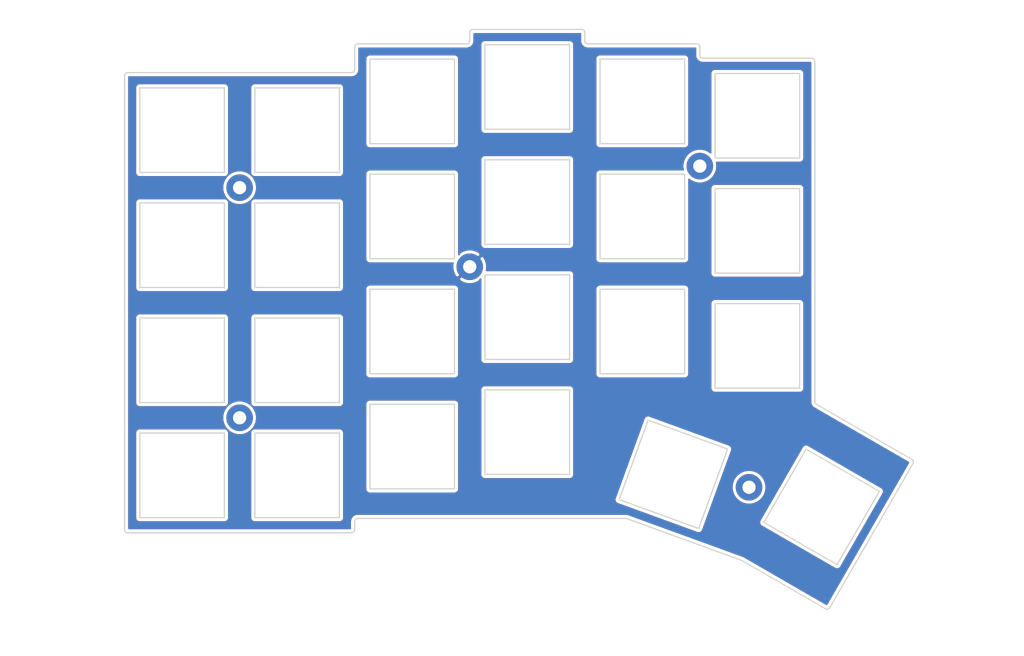
<source format=kicad_pcb>
(kicad_pcb (version 20171130) (host pcbnew "(5.1.10)-1")

  (general
    (thickness 1.6)
    (drawings 137)
    (tracks 0)
    (zones 0)
    (modules 5)
    (nets 2)
  )

  (page A4)
  (layers
    (0 F.Cu signal)
    (31 B.Cu signal)
    (32 B.Adhes user)
    (33 F.Adhes user)
    (34 B.Paste user)
    (35 F.Paste user)
    (36 B.SilkS user)
    (37 F.SilkS user)
    (38 B.Mask user)
    (39 F.Mask user)
    (40 Dwgs.User user)
    (41 Cmts.User user)
    (42 Eco1.User user)
    (43 Eco2.User user)
    (44 Edge.Cuts user)
    (45 Margin user)
    (46 B.CrtYd user)
    (47 F.CrtYd user)
    (48 B.Fab user)
    (49 F.Fab user)
  )

  (setup
    (last_trace_width 0.25)
    (trace_clearance 0.2)
    (zone_clearance 0.508)
    (zone_45_only no)
    (trace_min 0.2)
    (via_size 0.8)
    (via_drill 0.4)
    (via_min_size 0.4)
    (via_min_drill 0.3)
    (uvia_size 0.3)
    (uvia_drill 0.1)
    (uvias_allowed no)
    (uvia_min_size 0.2)
    (uvia_min_drill 0.1)
    (edge_width 0.05)
    (segment_width 0.2)
    (pcb_text_width 0.3)
    (pcb_text_size 1.5 1.5)
    (mod_edge_width 0.12)
    (mod_text_size 1 1)
    (mod_text_width 0.15)
    (pad_size 1.524 1.524)
    (pad_drill 0.762)
    (pad_to_mask_clearance 0)
    (aux_axis_origin 0 0)
    (visible_elements 7FFFFFFF)
    (pcbplotparams
      (layerselection 0x010fc_ffffffff)
      (usegerberextensions true)
      (usegerberattributes false)
      (usegerberadvancedattributes true)
      (creategerberjobfile false)
      (excludeedgelayer true)
      (linewidth 0.100000)
      (plotframeref false)
      (viasonmask false)
      (mode 1)
      (useauxorigin false)
      (hpglpennumber 1)
      (hpglpenspeed 20)
      (hpglpendiameter 15.000000)
      (psnegative false)
      (psa4output false)
      (plotreference true)
      (plotvalue true)
      (plotinvisibletext false)
      (padsonsilk false)
      (subtractmaskfromsilk true)
      (outputformat 1)
      (mirror false)
      (drillshape 0)
      (scaleselection 1)
      (outputdirectory "../Gerbers/Top Plate/"))
  )

  (net 0 "")
  (net 1 GND)

  (net_class Default "This is the default net class."
    (clearance 0.2)
    (trace_width 0.25)
    (via_dia 0.8)
    (via_drill 0.4)
    (uvia_dia 0.3)
    (uvia_drill 0.1)
    (add_net GND)
  )

  (module MountingHole:MountingHole_2.2mm_M2_Pad (layer F.Cu) (tedit 56D1B4CB) (tstamp 61ACE84D)
    (at 108.25475 73.61875)
    (descr "Mounting Hole 2.2mm, M2")
    (tags "mounting hole 2.2mm m2")
    (attr virtual)
    (fp_text reference REF** (at 0 -3.2) (layer Dwgs.User)
      (effects (font (size 1 1) (thickness 0.15)))
    )
    (fp_text value MountingHole_2.2mm_M2_Pad (at 0 3.2) (layer F.Fab)
      (effects (font (size 1 1) (thickness 0.15)))
    )
    (fp_circle (center 0 0) (end 2.45 0) (layer F.CrtYd) (width 0.05))
    (fp_circle (center 0 0) (end 2.2 0) (layer Cmts.User) (width 0.15))
    (fp_text user %R (at 0.3 0) (layer F.Fab)
      (effects (font (size 1 1) (thickness 0.15)))
    )
    (pad 1 thru_hole circle (at 0 0) (size 4.4 4.4) (drill 2.2) (layers *.Cu *.Mask))
  )

  (module MountingHole:MountingHole_2.2mm_M2_Pad (layer F.Cu) (tedit 56D1B4CB) (tstamp 61ACE84D)
    (at 184.454649 70.04685)
    (descr "Mounting Hole 2.2mm, M2")
    (tags "mounting hole 2.2mm m2")
    (attr virtual)
    (fp_text reference REF** (at 0 -3.2) (layer Dwgs.User)
      (effects (font (size 1 1) (thickness 0.15)))
    )
    (fp_text value MountingHole_2.2mm_M2_Pad (at 0 3.2) (layer F.Fab)
      (effects (font (size 1 1) (thickness 0.15)))
    )
    (fp_circle (center 0 0) (end 2.45 0) (layer F.CrtYd) (width 0.05))
    (fp_circle (center 0 0) (end 2.2 0) (layer Cmts.User) (width 0.15))
    (fp_text user %R (at 0.3 0) (layer F.Fab)
      (effects (font (size 1 1) (thickness 0.15)))
    )
    (pad 1 thru_hole circle (at 0 0) (size 4.4 4.4) (drill 2.2) (layers *.Cu *.Mask))
  )

  (module MountingHole:MountingHole_2.2mm_M2_Pad (layer F.Cu) (tedit 56D1B4CB) (tstamp 61ACE83D)
    (at 108.25475 111.71875)
    (descr "Mounting Hole 2.2mm, M2")
    (tags "mounting hole 2.2mm m2")
    (attr virtual)
    (fp_text reference REF** (at 0 -3.2) (layer Dwgs.User)
      (effects (font (size 1 1) (thickness 0.15)))
    )
    (fp_text value MountingHole_2.2mm_M2_Pad (at 0 3.2) (layer F.Fab)
      (effects (font (size 1 1) (thickness 0.15)))
    )
    (fp_circle (center 0 0) (end 2.45 0) (layer F.CrtYd) (width 0.05))
    (fp_circle (center 0 0) (end 2.2 0) (layer Cmts.User) (width 0.15))
    (fp_text user %R (at 0.3 0) (layer F.Fab)
      (effects (font (size 1 1) (thickness 0.15)))
    )
    (pad 1 thru_hole circle (at 0 0) (size 4.4 4.4) (drill 2.2) (layers *.Cu *.Mask))
  )

  (module MountingHole:MountingHole_2.2mm_M2_Pad (layer F.Cu) (tedit 56D1B4CB) (tstamp 61ACE83C)
    (at 192.599474 123.224717)
    (descr "Mounting Hole 2.2mm, M2")
    (tags "mounting hole 2.2mm m2")
    (attr virtual)
    (fp_text reference REF** (at 0 -3.2) (layer Dwgs.User)
      (effects (font (size 1 1) (thickness 0.15)))
    )
    (fp_text value MountingHole_2.2mm_M2_Pad (at 0 3.2) (layer F.Fab)
      (effects (font (size 1 1) (thickness 0.15)))
    )
    (fp_circle (center 0 0) (end 2.45 0) (layer F.CrtYd) (width 0.05))
    (fp_circle (center 0 0) (end 2.2 0) (layer Cmts.User) (width 0.15))
    (fp_text user %R (at 0.3 0) (layer F.Fab)
      (effects (font (size 1 1) (thickness 0.15)))
    )
    (pad 1 thru_hole circle (at 0 0) (size 4.4 4.4) (drill 2.2) (layers *.Cu *.Mask))
  )

  (module MountingHole:MountingHole_2.2mm_M2_Pad (layer F.Cu) (tedit 56D1B4CB) (tstamp 61ACE808)
    (at 146.3548 86.7156)
    (descr "Mounting Hole 2.2mm, M2")
    (tags "mounting hole 2.2mm m2")
    (path /61AC85B8)
    (attr virtual)
    (fp_text reference H1 (at 0 -3.2) (layer Dwgs.User)
      (effects (font (size 1 1) (thickness 0.15)))
    )
    (fp_text value MountingHole_Pad (at 0 3.2) (layer F.Fab)
      (effects (font (size 1 1) (thickness 0.15)))
    )
    (fp_circle (center 0 0) (end 2.2 0) (layer Cmts.User) (width 0.15))
    (fp_circle (center 0 0) (end 2.45 0) (layer F.CrtYd) (width 0.05))
    (fp_text user %R (at 0.3 0) (layer F.Fab)
      (effects (font (size 1 1) (thickness 0.15)))
    )
    (pad 1 thru_hole circle (at 0 0) (size 4.4 4.4) (drill 2.2) (layers *.Cu *.Mask)
      (net 1 GND))
  )

  (gr_line (start 162.88025 102.04955) (end 162.88025 88.05035) (layer Edge.Cuts) (width 0.2))
  (gr_line (start 148.87935 102.04955) (end 162.88025 102.04955) (layer Edge.Cuts) (width 0.2))
  (gr_circle (center 192.599474 123.224717) (end 194.599474 123.224717) (layer Dwgs.User) (width 0.2))
  (gr_line (start 91.72925 114.24415) (end 91.72925 128.24335) (layer Edge.Cuts) (width 0.2))
  (gr_line (start 162.88025 88.05035) (end 148.87935 88.05035) (layer Edge.Cuts) (width 0.2))
  (gr_line (start 105.73015 114.24415) (end 91.72925 114.24415) (layer Edge.Cuts) (width 0.2))
  (gr_line (start 105.73015 128.24335) (end 105.73015 114.24415) (layer Edge.Cuts) (width 0.2))
  (gr_line (start 91.72925 128.24335) (end 105.73015 128.24335) (layer Edge.Cuts) (width 0.2))
  (gr_circle (center 184.454649 70.04685) (end 186.454649 70.04685) (layer Dwgs.User) (width 0.2))
  (gr_line (start 148.87935 88.05035) (end 148.87935 102.04955) (layer Edge.Cuts) (width 0.2))
  (gr_line (start 105.73015 57.09415) (end 91.72925 57.09415) (layer Edge.Cuts) (width 0.2))
  (gr_line (start 110.77935 95.19415) (end 110.77935 109.19335) (layer Edge.Cuts) (width 0.2))
  (gr_line (start 91.72925 109.19335) (end 105.73015 109.19335) (layer Edge.Cuts) (width 0.2))
  (gr_line (start 91.72925 71.09335) (end 105.73015 71.09335) (layer Edge.Cuts) (width 0.2))
  (gr_line (start 129.82935 66.33085) (end 143.83025 66.33085) (layer Edge.Cuts) (width 0.2))
  (gr_line (start 189.045878 116.898343) (end 175.889463 112.109403) (layer Edge.Cuts) (width 0.2))
  (gr_line (start 110.77935 76.14415) (end 110.77935 90.14335) (layer Edge.Cuts) (width 0.2))
  (gr_line (start 124.78025 90.14335) (end 124.78025 76.14415) (layer Edge.Cuts) (width 0.2))
  (gr_line (start 129.82935 104.43085) (end 143.83025 104.43085) (layer Edge.Cuts) (width 0.2))
  (gr_line (start 162.88025 121.09955) (end 162.88025 107.10035) (layer Edge.Cuts) (width 0.2))
  (gr_circle (center 108.25475 111.71875) (end 110.25475 111.71875) (layer Dwgs.User) (width 0.2))
  (gr_line (start 91.72925 90.14335) (end 105.73015 90.14335) (layer Edge.Cuts) (width 0.2))
  (gr_line (start 105.73015 71.09335) (end 105.73015 57.09415) (layer Edge.Cuts) (width 0.2))
  (gr_line (start 91.72925 57.09415) (end 91.72925 71.09335) (layer Edge.Cuts) (width 0.2))
  (gr_line (start 129.82935 52.33165) (end 129.82935 66.33085) (layer Edge.Cuts) (width 0.2))
  (gr_line (start 124.78025 109.19335) (end 124.78025 95.19415) (layer Edge.Cuts) (width 0.2))
  (gr_line (start 162.88025 107.10035) (end 148.87935 107.10035) (layer Edge.Cuts) (width 0.2))
  (gr_line (start 91.72925 76.14415) (end 91.72925 90.14335) (layer Edge.Cuts) (width 0.2))
  (gr_line (start 143.83025 52.33165) (end 129.82935 52.33165) (layer Edge.Cuts) (width 0.2))
  (gr_line (start 124.78025 95.19415) (end 110.77935 95.19415) (layer Edge.Cuts) (width 0.2))
  (gr_line (start 175.889463 112.109403) (end 171.101105 125.26422) (layer Edge.Cuts) (width 0.2))
  (gr_line (start 181.93025 90.43165) (end 167.92935 90.43165) (layer Edge.Cuts) (width 0.2))
  (gr_line (start 143.83025 104.43085) (end 143.83025 90.43165) (layer Edge.Cuts) (width 0.2))
  (gr_line (start 162.88025 49.95035) (end 148.87935 49.95035) (layer Edge.Cuts) (width 0.2))
  (gr_line (start 105.73015 95.19415) (end 91.72925 95.19415) (layer Edge.Cuts) (width 0.2))
  (gr_line (start 105.73015 109.19335) (end 105.73015 95.19415) (layer Edge.Cuts) (width 0.2))
  (gr_line (start 143.83025 66.33085) (end 143.83025 52.33165) (layer Edge.Cuts) (width 0.2))
  (gr_line (start 181.93025 104.43085) (end 181.93025 90.43165) (layer Edge.Cuts) (width 0.2))
  (gr_line (start 167.92935 104.43085) (end 181.93025 104.43085) (layer Edge.Cuts) (width 0.2))
  (gr_line (start 110.77935 90.14335) (end 124.78025 90.14335) (layer Edge.Cuts) (width 0.2))
  (gr_line (start 148.87935 107.10035) (end 148.87935 121.09955) (layer Edge.Cuts) (width 0.2))
  (gr_line (start 148.87935 63.94955) (end 162.88025 63.94955) (layer Edge.Cuts) (width 0.2))
  (gr_line (start 129.82935 90.43165) (end 129.82935 104.43085) (layer Edge.Cuts) (width 0.2))
  (gr_line (start 124.78025 76.14415) (end 110.77935 76.14415) (layer Edge.Cuts) (width 0.2))
  (gr_line (start 148.87935 121.09955) (end 162.88025 121.09955) (layer Edge.Cuts) (width 0.2))
  (gr_line (start 143.83025 90.43165) (end 129.82935 90.43165) (layer Edge.Cuts) (width 0.2))
  (gr_line (start 184.25752 130.05316) (end 189.045878 116.898343) (layer Edge.Cuts) (width 0.2))
  (gr_line (start 105.73015 90.14335) (end 105.73015 76.14415) (layer Edge.Cuts) (width 0.2))
  (gr_line (start 167.92935 90.43165) (end 167.92935 104.43085) (layer Edge.Cuts) (width 0.2))
  (gr_line (start 110.77935 109.19335) (end 124.78025 109.19335) (layer Edge.Cuts) (width 0.2))
  (gr_line (start 105.73015 76.14415) (end 91.72925 76.14415) (layer Edge.Cuts) (width 0.2))
  (gr_line (start 171.101105 125.26422) (end 184.25752 130.05316) (layer Edge.Cuts) (width 0.2))
  (gr_line (start 91.72925 95.19415) (end 91.72925 109.19335) (layer Edge.Cuts) (width 0.2))
  (gr_line (start 148.87935 49.95035) (end 148.87935 63.94955) (layer Edge.Cuts) (width 0.2))
  (gr_line (start 148.87935 82.99955) (end 162.88025 82.99955) (layer Edge.Cuts) (width 0.2))
  (gr_line (start 162.88025 63.94955) (end 162.88025 49.95035) (layer Edge.Cuts) (width 0.2))
  (gr_line (start 167.92935 66.33085) (end 181.93025 66.33085) (layer Edge.Cuts) (width 0.2))
  (gr_line (start 124.78025 57.09415) (end 110.77935 57.09415) (layer Edge.Cuts) (width 0.2))
  (gr_line (start 181.93025 71.38165) (end 167.92935 71.38165) (layer Edge.Cuts) (width 0.2))
  (gr_line (start 143.83025 85.38085) (end 143.83025 71.38165) (layer Edge.Cuts) (width 0.2))
  (gr_line (start 181.93025 85.38085) (end 181.93025 71.38165) (layer Edge.Cuts) (width 0.2))
  (gr_line (start 162.88025 82.99955) (end 162.88025 69.00035) (layer Edge.Cuts) (width 0.2))
  (gr_line (start 186.97905 106.81205) (end 200.979949 106.81205) (layer Edge.Cuts) (width 0.2))
  (gr_line (start 129.82935 85.38085) (end 143.83025 85.38085) (layer Edge.Cuts) (width 0.2))
  (gr_line (start 214.172185 123.9123) (end 202.04705 116.91185) (layer Edge.Cuts) (width 0.2))
  (gr_line (start 207.172585 136.035963) (end 214.172185 123.9123) (layer Edge.Cuts) (width 0.2))
  (gr_line (start 143.83025 71.38165) (end 129.82935 71.38165) (layer Edge.Cuts) (width 0.2))
  (gr_line (start 186.97905 73.76285) (end 186.97905 87.76205) (layer Edge.Cuts) (width 0.2))
  (gr_line (start 167.92935 85.38085) (end 181.93025 85.38085) (layer Edge.Cuts) (width 0.2))
  (gr_line (start 167.92935 71.38165) (end 167.92935 85.38085) (layer Edge.Cuts) (width 0.2))
  (gr_line (start 162.88025 69.00035) (end 148.87935 69.00035) (layer Edge.Cuts) (width 0.2))
  (gr_line (start 148.87935 69.00035) (end 148.87935 82.99955) (layer Edge.Cuts) (width 0.2))
  (gr_line (start 202.04705 116.91185) (end 195.04745 129.035513) (layer Edge.Cuts) (width 0.2))
  (gr_line (start 186.97905 92.81285) (end 186.97905 106.81205) (layer Edge.Cuts) (width 0.2))
  (gr_line (start 200.979949 92.81285) (end 186.97905 92.81285) (layer Edge.Cuts) (width 0.2))
  (gr_line (start 200.979949 106.81205) (end 200.979949 92.81285) (layer Edge.Cuts) (width 0.2))
  (gr_line (start 110.77935 57.09415) (end 110.77935 71.09335) (layer Edge.Cuts) (width 0.2))
  (gr_line (start 129.82935 71.38165) (end 129.82935 85.38085) (layer Edge.Cuts) (width 0.2))
  (gr_line (start 181.93025 52.33165) (end 167.92935 52.33165) (layer Edge.Cuts) (width 0.2))
  (gr_line (start 124.78025 71.09335) (end 124.78025 57.09415) (layer Edge.Cuts) (width 0.2))
  (gr_line (start 110.77935 71.09335) (end 124.78025 71.09335) (layer Edge.Cuts) (width 0.2))
  (gr_line (start 200.979949 87.76205) (end 200.979949 73.76285) (layer Edge.Cuts) (width 0.2))
  (gr_line (start 181.93025 66.33085) (end 181.93025 52.33165) (layer Edge.Cuts) (width 0.2))
  (gr_line (start 167.92935 52.33165) (end 167.92935 66.33085) (layer Edge.Cuts) (width 0.2))
  (gr_line (start 186.97905 87.76205) (end 200.979949 87.76205) (layer Edge.Cuts) (width 0.2))
  (gr_line (start 195.04745 129.035513) (end 207.172585 136.035963) (layer Edge.Cuts) (width 0.2))
  (gr_line (start 200.979949 73.76285) (end 186.97905 73.76285) (layer Edge.Cuts) (width 0.2))
  (gr_circle (center 108.25475 73.61875) (end 110.25475 73.61875) (layer Dwgs.User) (width 0.2))
  (gr_arc (start 127.80345 50.305351) (end 127.80345 49.80535) (angle -90) (layer Edge.Cuts) (width 0.2))
  (gr_arc (start 172.207614 128.8882) (end 172.378637 128.418359) (angle -20.00152402) (layer Edge.Cuts) (width 0.2))
  (gr_line (start 127.80345 49.80535) (end 145.85345 49.80535) (layer Edge.Cuts) (width 0.2))
  (gr_line (start 186.97905 68.71205) (end 200.979949 68.71205) (layer Edge.Cuts) (width 0.2))
  (gr_line (start 186.97905 54.71285) (end 186.97905 68.71205) (layer Edge.Cuts) (width 0.2))
  (gr_line (start 200.979949 54.71285) (end 186.97905 54.71285) (layer Edge.Cuts) (width 0.2))
  (gr_line (start 146.85345 47.42395) (end 164.905949 47.42395) (layer Edge.Cuts) (width 0.2))
  (gr_arc (start 145.853449 49.30535) (end 145.85345 49.80535) (angle -90) (layer Edge.Cuts) (width 0.2))
  (gr_line (start 89.20195 130.26945) (end 89.20195 55.06785) (layer Edge.Cuts) (width 0.2))
  (gr_line (start 127.30345 54.06785) (end 127.30345 50.305351) (layer Edge.Cuts) (width 0.2))
  (gr_arc (start 126.803449 54.06785) (end 126.80345 54.56785) (angle -90) (layer Edge.Cuts) (width 0.2))
  (gr_arc (start 89.70195 130.26945) (end 89.20195 130.26945) (angle -90) (layer Edge.Cuts) (width 0.2))
  (gr_arc (start 126.80455 130.26945) (end 126.80455 130.76945) (angle -90) (layer Edge.Cuts) (width 0.2))
  (gr_line (start 127.30455 128.8882) (end 127.30455 130.26945) (layer Edge.Cuts) (width 0.2))
  (gr_arc (start 146.85345 47.92395) (end 146.85345 47.42395) (angle -90) (layer Edge.Cuts) (width 0.2))
  (gr_line (start 146.35345 49.30535) (end 146.35345 47.92395) (layer Edge.Cuts) (width 0.2))
  (gr_line (start 89.701949 54.56785) (end 126.80345 54.56785) (layer Edge.Cuts) (width 0.2))
  (gr_arc (start 89.70195 55.067851) (end 89.701949 54.56785) (angle -90) (layer Edge.Cuts) (width 0.2))
  (gr_line (start 126.80455 130.76945) (end 89.70195 130.76945) (layer Edge.Cuts) (width 0.2))
  (gr_arc (start 127.80455 128.8882) (end 127.80455 128.3882) (angle -90) (layer Edge.Cuts) (width 0.2))
  (gr_line (start 200.979949 68.71205) (end 200.979949 54.71285) (layer Edge.Cuts) (width 0.2))
  (gr_arc (start 164.905949 47.923951) (end 165.40595 47.92395) (angle -90) (layer Edge.Cuts) (width 0.2))
  (gr_line (start 172.207614 128.3882) (end 127.80455 128.3882) (layer Edge.Cuts) (width 0.2))
  (gr_line (start 129.82935 123.48085) (end 143.83025 123.48085) (layer Edge.Cuts) (width 0.2))
  (gr_line (start 143.83025 109.48165) (end 129.82935 109.48165) (layer Edge.Cuts) (width 0.2))
  (gr_line (start 191.34193 135.321004) (end 172.378637 128.418359) (layer Edge.Cuts) (width 0.2))
  (gr_line (start 165.40595 47.92395) (end 165.40595 49.30535) (layer Edge.Cuts) (width 0.2))
  (gr_line (start 129.82935 109.48165) (end 129.82935 123.48085) (layer Edge.Cuts) (width 0.2))
  (gr_line (start 184.45605 50.30535) (end 184.45605 51.68665) (layer Edge.Cuts) (width 0.2))
  (gr_arc (start 191.170907 135.790846) (end 191.420893 135.357825) (angle -9.996673384) (layer Edge.Cuts) (width 0.2))
  (gr_arc (start 205.532048 142.926972) (end 205.282061 143.359993) (angle -89.99572721) (layer Edge.Cuts) (width 0.2))
  (gr_line (start 219.75402 119.296172) (end 205.96505 143.176991) (layer Edge.Cuts) (width 0.2))
  (gr_line (start 143.83025 123.48085) (end 143.83025 109.48165) (layer Edge.Cuts) (width 0.2))
  (gr_line (start 205.282061 143.359993) (end 191.420893 135.357825) (layer Edge.Cuts) (width 0.2))
  (gr_line (start 203.506049 52.68665) (end 203.506049 109.049375) (layer Edge.Cuts) (width 0.2))
  (gr_line (start 124.78025 128.24335) (end 124.78025 114.24415) (layer Edge.Cuts) (width 0.2))
  (gr_line (start 110.77935 128.24335) (end 124.78025 128.24335) (layer Edge.Cuts) (width 0.2))
  (gr_arc (start 219.321018 119.046153) (end 219.75402 119.296172) (angle -90.00253464) (layer Edge.Cuts) (width 0.2))
  (gr_line (start 203.75605 109.482388) (end 219.571017 118.61314) (layer Edge.Cuts) (width 0.2))
  (gr_arc (start 203.006049 52.68665) (end 203.506049 52.68665) (angle -90) (layer Edge.Cuts) (width 0.2))
  (gr_arc (start 183.956049 50.30535) (end 184.45605 50.30535) (angle -90) (layer Edge.Cuts) (width 0.2))
  (gr_line (start 110.77935 114.24415) (end 110.77935 128.24335) (layer Edge.Cuts) (width 0.2))
  (gr_arc (start 204.00605 109.049375) (end 203.506049 109.049375) (angle -60.00006444) (layer Edge.Cuts) (width 0.2))
  (gr_line (start 184.95605 52.18665) (end 203.006049 52.18665) (layer Edge.Cuts) (width 0.2))
  (gr_arc (start 184.95605 51.68665) (end 184.45605 51.68665) (angle -90) (layer Edge.Cuts) (width 0.2))
  (gr_line (start 165.90595 49.80535) (end 183.95605 49.80535) (layer Edge.Cuts) (width 0.2))
  (gr_arc (start 165.90595 49.30535) (end 165.40595 49.30535) (angle -90) (layer Edge.Cuts) (width 0.2))
  (gr_line (start 124.78025 114.24415) (end 110.77935 114.24415) (layer Edge.Cuts) (width 0.2))
  (gr_circle (center 146.3548 86.7156) (end 148.3548 86.7156) (layer Dwgs.User) (width 0.2))

  (zone (net 1) (net_name GND) (layer F.Cu) (tstamp 61AD5D82) (hatch edge 0.508)
    (connect_pads (clearance 0.508))
    (min_thickness 0.254)
    (fill yes (arc_segments 32) (thermal_gap 0.508) (thermal_bridge_width 0.508))
    (polygon
      (pts
        (xy 238.125 151.13) (xy 68.58 151.13) (xy 68.58 42.545) (xy 238.125 42.545)
      )
    )
    (filled_polygon
      (pts
        (xy 164.670951 49.341455) (xy 164.674008 49.372491) (xy 164.673987 49.375455) (xy 164.674988 49.385668) (xy 164.680036 49.433702)
        (xy 164.681586 49.449435) (xy 164.681745 49.44996) (xy 164.685188 49.482717) (xy 164.698588 49.547994) (xy 164.711066 49.613409)
        (xy 164.714032 49.623234) (xy 164.742888 49.716453) (xy 164.76873 49.777928) (xy 164.793661 49.839634) (xy 164.798478 49.848695)
        (xy 164.844891 49.934533) (xy 164.882146 49.989765) (xy 164.918619 50.045501) (xy 164.925105 50.053454) (xy 164.987307 50.128643)
        (xy 165.034591 50.175598) (xy 165.08118 50.223174) (xy 165.089087 50.229715) (xy 165.089092 50.22972) (xy 165.089098 50.229724)
        (xy 165.164708 50.291391) (xy 165.220206 50.328264) (xy 165.275169 50.365898) (xy 165.284196 50.370779) (xy 165.370357 50.416591)
        (xy 165.431963 50.441983) (xy 165.49317 50.468217) (xy 165.502974 50.471252) (xy 165.502978 50.471253) (xy 165.50298 50.471254)
        (xy 165.502982 50.471254) (xy 165.596392 50.499457) (xy 165.661785 50.512406) (xy 165.726907 50.526247) (xy 165.737098 50.527318)
        (xy 165.737106 50.52732) (xy 165.737113 50.52732) (xy 165.833639 50.536784) (xy 165.869845 50.54035) (xy 183.72105 50.54035)
        (xy 183.721051 51.722755) (xy 183.724108 51.753791) (xy 183.724087 51.756755) (xy 183.725088 51.766968) (xy 183.730136 51.815002)
        (xy 183.731686 51.830735) (xy 183.731845 51.83126) (xy 183.735288 51.864017) (xy 183.748688 51.929294) (xy 183.761166 51.994709)
        (xy 183.764132 52.004534) (xy 183.792988 52.097753) (xy 183.81883 52.159228) (xy 183.843761 52.220934) (xy 183.848578 52.229995)
        (xy 183.894991 52.315833) (xy 183.932246 52.371065) (xy 183.968719 52.426801) (xy 183.975205 52.434754) (xy 184.037407 52.509943)
        (xy 184.084691 52.556898) (xy 184.13128 52.604474) (xy 184.139187 52.611015) (xy 184.139192 52.61102) (xy 184.139198 52.611024)
        (xy 184.214808 52.672691) (xy 184.270306 52.709564) (xy 184.325269 52.747198) (xy 184.334296 52.752079) (xy 184.420457 52.797891)
        (xy 184.482063 52.823283) (xy 184.54327 52.849517) (xy 184.553074 52.852552) (xy 184.553078 52.852553) (xy 184.55308 52.852554)
        (xy 184.553082 52.852554) (xy 184.646492 52.880757) (xy 184.711885 52.893706) (xy 184.777007 52.907547) (xy 184.787198 52.908618)
        (xy 184.787206 52.90862) (xy 184.787213 52.90862) (xy 184.883739 52.918084) (xy 184.919945 52.92165) (xy 202.771049 52.92165)
        (xy 202.77105 109.08548) (xy 202.772308 109.098254) (xy 202.772715 109.109905) (xy 202.775543 109.131102) (xy 202.779496 109.171238)
        (xy 202.78092 109.1967) (xy 202.78256 109.20683) (xy 202.798834 109.303047) (xy 202.816308 109.367363) (xy 202.832866 109.431853)
        (xy 202.836443 109.441471) (xy 202.836444 109.441476) (xy 202.836446 109.44148) (xy 202.871095 109.532695) (xy 202.900732 109.592399)
        (xy 202.929504 109.652449) (xy 202.934881 109.66119) (xy 202.986593 109.743944) (xy 203.027238 109.796722) (xy 203.06714 109.85006)
        (xy 203.074112 109.85759) (xy 203.140912 109.928725) (xy 203.191068 109.972633) (xy 203.240545 110.017182) (xy 203.248847 110.023215)
        (xy 203.328192 110.08002) (xy 203.328208 110.080029) (xy 203.357283 110.100864) (xy 218.999994 119.132164) (xy 205.446038 142.605969)
        (xy 191.757104 134.703234) (xy 191.727975 134.690037) (xy 191.656196 134.656566) (xy 191.62726 134.642686) (xy 172.596112 127.715343)
        (xy 172.568818 127.708347) (xy 172.502391 127.6898) (xy 172.444324 127.679561) (xy 172.386666 127.667305) (xy 172.37646 127.666232)
        (xy 172.28021 127.656794) (xy 172.243719 127.6532) (xy 127.768445 127.6532) (xy 127.7374 127.656258) (xy 127.734445 127.656237)
        (xy 127.724232 127.657238) (xy 127.676357 127.66227) (xy 127.660465 127.663835) (xy 127.659935 127.663996) (xy 127.627184 127.667438)
        (xy 127.561914 127.680836) (xy 127.496491 127.693316) (xy 127.486666 127.696282) (xy 127.393447 127.725138) (xy 127.331984 127.750975)
        (xy 127.270266 127.775911) (xy 127.261205 127.780728) (xy 127.175367 127.827141) (xy 127.120112 127.864411) (xy 127.064399 127.900869)
        (xy 127.056446 127.907355) (xy 126.981257 127.969557) (xy 126.934302 128.016841) (xy 126.886726 128.06343) (xy 126.880184 128.071337)
        (xy 126.818509 128.146958) (xy 126.78162 128.202479) (xy 126.744002 128.257419) (xy 126.73913 128.26643) (xy 126.739125 128.266437)
        (xy 126.739122 128.266444) (xy 126.739121 128.266446) (xy 126.693309 128.352607) (xy 126.667917 128.414213) (xy 126.641683 128.47542)
        (xy 126.638648 128.485224) (xy 126.610443 128.578642) (xy 126.597496 128.644028) (xy 126.583653 128.709156) (xy 126.582581 128.719349)
        (xy 126.58258 128.719356) (xy 126.58258 128.719362) (xy 126.573094 128.816112) (xy 126.56955 128.852096) (xy 126.569551 130.03445)
        (xy 89.93695 130.03445) (xy 89.93695 95.19415) (xy 90.990694 95.19415) (xy 90.99425 95.230255) (xy 90.994251 109.157235)
        (xy 90.990694 109.19335) (xy 91.004885 109.337435) (xy 91.046913 109.475983) (xy 91.115163 109.60367) (xy 91.207012 109.715588)
        (xy 91.31893 109.807437) (xy 91.446617 109.875687) (xy 91.585165 109.917715) (xy 91.693145 109.92835) (xy 91.72925 109.931906)
        (xy 91.765355 109.92835) (xy 105.694045 109.92835) (xy 105.73015 109.931906) (xy 105.766255 109.92835) (xy 105.874235 109.917715)
        (xy 106.012783 109.875687) (xy 106.14047 109.807437) (xy 106.231358 109.732847) (xy 106.052662 109.911543) (xy 105.742406 110.375874)
        (xy 105.528698 110.891811) (xy 105.41975 111.439527) (xy 105.41975 111.997973) (xy 105.528698 112.545689) (xy 105.742406 113.061626)
        (xy 106.052662 113.525957) (xy 106.231358 113.704653) (xy 106.14047 113.630063) (xy 106.012783 113.561813) (xy 105.874235 113.519785)
        (xy 105.766255 113.50915) (xy 105.73015 113.505594) (xy 105.694045 113.50915) (xy 91.765355 113.50915) (xy 91.72925 113.505594)
        (xy 91.693145 113.50915) (xy 91.585165 113.519785) (xy 91.446617 113.561813) (xy 91.31893 113.630063) (xy 91.207012 113.721912)
        (xy 91.115163 113.83383) (xy 91.046913 113.961517) (xy 91.004885 114.100065) (xy 90.990694 114.24415) (xy 90.99425 114.280255)
        (xy 90.994251 128.207235) (xy 90.990694 128.24335) (xy 91.004885 128.387435) (xy 91.046913 128.525983) (xy 91.115163 128.65367)
        (xy 91.207012 128.765588) (xy 91.31893 128.857437) (xy 91.446617 128.925687) (xy 91.585165 128.967715) (xy 91.693145 128.97835)
        (xy 91.72925 128.981906) (xy 91.765355 128.97835) (xy 105.694045 128.97835) (xy 105.73015 128.981906) (xy 105.766255 128.97835)
        (xy 105.874235 128.967715) (xy 106.012783 128.925687) (xy 106.14047 128.857437) (xy 106.252388 128.765588) (xy 106.344237 128.65367)
        (xy 106.412487 128.525983) (xy 106.454515 128.387435) (xy 106.468706 128.24335) (xy 106.46515 128.207245) (xy 106.46515 114.280255)
        (xy 106.468706 114.24415) (xy 106.454515 114.100065) (xy 106.412487 113.961517) (xy 106.344237 113.83383) (xy 106.269647 113.742942)
        (xy 106.447543 113.920838) (xy 106.911874 114.231094) (xy 107.427811 114.444802) (xy 107.975527 114.55375) (xy 108.533973 114.55375)
        (xy 109.081689 114.444802) (xy 109.597626 114.231094) (xy 110.061957 113.920838) (xy 110.239853 113.742942) (xy 110.165263 113.83383)
        (xy 110.097013 113.961517) (xy 110.054985 114.100065) (xy 110.040794 114.24415) (xy 110.04435 114.280255) (xy 110.044351 128.207235)
        (xy 110.040794 128.24335) (xy 110.054985 128.387435) (xy 110.097013 128.525983) (xy 110.165263 128.65367) (xy 110.257112 128.765588)
        (xy 110.36903 128.857437) (xy 110.496717 128.925687) (xy 110.635265 128.967715) (xy 110.743245 128.97835) (xy 110.77935 128.981906)
        (xy 110.815455 128.97835) (xy 124.744145 128.97835) (xy 124.78025 128.981906) (xy 124.816355 128.97835) (xy 124.924335 128.967715)
        (xy 125.062883 128.925687) (xy 125.19057 128.857437) (xy 125.302488 128.765588) (xy 125.394337 128.65367) (xy 125.462587 128.525983)
        (xy 125.504615 128.387435) (xy 125.518806 128.24335) (xy 125.51525 128.207245) (xy 125.51525 125.296415) (xy 170.363251 125.296415)
        (xy 170.38371 125.439745) (xy 170.431738 125.576329) (xy 170.505489 125.700919) (xy 170.60213 125.808727) (xy 170.717946 125.89561)
        (xy 170.848486 125.958228) (xy 170.88363 125.967236) (xy 183.972191 130.731477) (xy 184.004901 130.747168) (xy 184.040044 130.756176)
        (xy 184.145148 130.783117) (xy 184.289715 130.791014) (xy 184.433045 130.770555) (xy 184.569629 130.722527) (xy 184.694219 130.648776)
        (xy 184.802027 130.552135) (xy 184.88891 130.436319) (xy 184.951528 130.305779) (xy 184.960536 130.270635) (xy 185.392538 129.083817)
        (xy 194.310476 129.083817) (xy 194.33406 129.226665) (xy 194.385059 129.362167) (xy 194.461515 129.485117) (xy 194.560487 129.590788)
        (xy 194.627065 129.638497) (xy 194.678173 129.675121) (xy 194.711217 129.690093) (xy 206.773827 136.654445) (xy 206.803308 136.675571)
        (xy 206.836344 136.690539) (xy 206.836352 136.690544) (xy 206.935183 136.735324) (xy 207.076183 136.7682) (xy 207.220889 136.772937)
        (xy 207.363737 136.749353) (xy 207.499239 136.698354) (xy 207.622189 136.621898) (xy 207.727861 136.522926) (xy 207.812193 136.405241)
        (xy 207.827168 136.372192) (xy 214.790664 124.311063) (xy 214.811793 124.281578) (xy 214.871546 124.149701) (xy 214.904422 124.008701)
        (xy 214.908269 123.89117) (xy 214.909159 123.863997) (xy 214.892565 123.763483) (xy 214.885575 123.721147) (xy 214.834576 123.585645)
        (xy 214.75812 123.462695) (xy 214.659148 123.357024) (xy 214.570952 123.293823) (xy 214.570942 123.293817) (xy 214.541462 123.272692)
        (xy 214.508426 123.257724) (xy 202.445812 116.293371) (xy 202.416327 116.272242) (xy 202.383287 116.257272) (xy 202.383282 116.257269)
        (xy 202.284451 116.21249) (xy 202.143451 116.179613) (xy 201.998746 116.174876) (xy 201.998745 116.174876) (xy 201.855897 116.19846)
        (xy 201.774818 116.228976) (xy 201.720396 116.249459) (xy 201.720395 116.24946) (xy 201.720394 116.24946) (xy 201.597445 116.325915)
        (xy 201.491773 116.424887) (xy 201.428573 116.513083) (xy 201.42857 116.513089) (xy 201.407442 116.542572) (xy 201.392472 116.575611)
        (xy 194.428973 128.636747) (xy 194.407842 128.666235) (xy 194.39287 128.699279) (xy 194.392869 128.699281) (xy 194.348544 128.79711)
        (xy 194.34809 128.798112) (xy 194.315213 128.939112) (xy 194.310476 129.083817) (xy 185.392538 129.083817) (xy 187.62689 122.945494)
        (xy 189.764474 122.945494) (xy 189.764474 123.50394) (xy 189.873422 124.051656) (xy 190.08713 124.567593) (xy 190.397386 125.031924)
        (xy 190.792267 125.426805) (xy 191.256598 125.737061) (xy 191.772535 125.950769) (xy 192.320251 126.059717) (xy 192.878697 126.059717)
        (xy 193.426413 125.950769) (xy 193.94235 125.737061) (xy 194.406681 125.426805) (xy 194.801562 125.031924) (xy 195.111818 124.567593)
        (xy 195.325526 124.051656) (xy 195.434474 123.50394) (xy 195.434474 122.945494) (xy 195.325526 122.397778) (xy 195.111818 121.881841)
        (xy 194.801562 121.41751) (xy 194.406681 121.022629) (xy 193.94235 120.712373) (xy 193.426413 120.498665) (xy 192.878697 120.389717)
        (xy 192.320251 120.389717) (xy 191.772535 120.498665) (xy 191.256598 120.712373) (xy 190.792267 121.022629) (xy 190.397386 121.41751)
        (xy 190.08713 121.881841) (xy 189.873422 122.397778) (xy 189.764474 122.945494) (xy 187.62689 122.945494) (xy 189.724197 117.183669)
        (xy 189.739886 117.150962) (xy 189.748894 117.11582) (xy 189.775835 117.010715) (xy 189.778597 116.960154) (xy 189.783732 116.866147)
        (xy 189.763273 116.722817) (xy 189.715245 116.586233) (xy 189.641494 116.461643) (xy 189.544853 116.353835) (xy 189.429037 116.266952)
        (xy 189.331208 116.220025) (xy 189.331198 116.220021) (xy 189.298497 116.204335) (xy 189.263362 116.195329) (xy 176.174793 111.431086)
        (xy 176.142082 111.415395) (xy 176.001834 111.379446) (xy 175.857268 111.371549) (xy 175.734396 111.389088) (xy 175.713937 111.392008)
        (xy 175.577353 111.440036) (xy 175.452763 111.513787) (xy 175.344955 111.610428) (xy 175.258072 111.726244) (xy 175.211145 111.824073)
        (xy 175.211142 111.824081) (xy 175.195455 111.856784) (xy 175.186449 111.891919) (xy 170.422789 124.978888) (xy 170.407097 125.011601)
        (xy 170.398089 125.046745) (xy 170.371148 125.151849) (xy 170.363251 125.296415) (xy 125.51525 125.296415) (xy 125.51525 114.280255)
        (xy 125.518806 114.24415) (xy 125.504615 114.100065) (xy 125.462587 113.961517) (xy 125.394337 113.83383) (xy 125.302488 113.721912)
        (xy 125.19057 113.630063) (xy 125.062883 113.561813) (xy 124.924335 113.519785) (xy 124.816355 113.50915) (xy 124.78025 113.505594)
        (xy 124.744145 113.50915) (xy 110.815455 113.50915) (xy 110.77935 113.505594) (xy 110.743245 113.50915) (xy 110.635265 113.519785)
        (xy 110.496717 113.561813) (xy 110.36903 113.630063) (xy 110.278142 113.704653) (xy 110.456838 113.525957) (xy 110.767094 113.061626)
        (xy 110.980802 112.545689) (xy 111.08975 111.997973) (xy 111.08975 111.439527) (xy 110.980802 110.891811) (xy 110.767094 110.375874)
        (xy 110.456838 109.911543) (xy 110.278142 109.732847) (xy 110.36903 109.807437) (xy 110.496717 109.875687) (xy 110.635265 109.917715)
        (xy 110.743245 109.92835) (xy 110.77935 109.931906) (xy 110.815455 109.92835) (xy 124.744145 109.92835) (xy 124.78025 109.931906)
        (xy 124.816355 109.92835) (xy 124.924335 109.917715) (xy 125.062883 109.875687) (xy 125.19057 109.807437) (xy 125.302488 109.715588)
        (xy 125.394337 109.60367) (xy 125.459557 109.48165) (xy 129.090794 109.48165) (xy 129.09435 109.517755) (xy 129.094351 123.444735)
        (xy 129.090794 123.48085) (xy 129.104985 123.624935) (xy 129.147013 123.763483) (xy 129.215263 123.89117) (xy 129.307112 124.003088)
        (xy 129.41903 124.094937) (xy 129.546717 124.163187) (xy 129.685265 124.205215) (xy 129.793245 124.21585) (xy 129.82935 124.219406)
        (xy 129.865455 124.21585) (xy 143.794145 124.21585) (xy 143.83025 124.219406) (xy 143.866355 124.21585) (xy 143.974335 124.205215)
        (xy 144.112883 124.163187) (xy 144.24057 124.094937) (xy 144.352488 124.003088) (xy 144.444337 123.89117) (xy 144.512587 123.763483)
        (xy 144.554615 123.624935) (xy 144.568806 123.48085) (xy 144.56525 123.444745) (xy 144.56525 109.517755) (xy 144.568806 109.48165)
        (xy 144.554615 109.337565) (xy 144.512587 109.199017) (xy 144.444337 109.07133) (xy 144.352488 108.959412) (xy 144.24057 108.867563)
        (xy 144.112883 108.799313) (xy 143.974335 108.757285) (xy 143.866355 108.74665) (xy 143.83025 108.743094) (xy 143.794145 108.74665)
        (xy 129.865455 108.74665) (xy 129.82935 108.743094) (xy 129.793245 108.74665) (xy 129.685265 108.757285) (xy 129.546717 108.799313)
        (xy 129.41903 108.867563) (xy 129.307112 108.959412) (xy 129.215263 109.07133) (xy 129.147013 109.199017) (xy 129.104985 109.337565)
        (xy 129.090794 109.48165) (xy 125.459557 109.48165) (xy 125.462587 109.475983) (xy 125.504615 109.337435) (xy 125.518806 109.19335)
        (xy 125.51525 109.157245) (xy 125.51525 107.10035) (xy 148.140794 107.10035) (xy 148.14435 107.136455) (xy 148.144351 121.063435)
        (xy 148.140794 121.09955) (xy 148.154985 121.243635) (xy 148.197013 121.382183) (xy 148.265263 121.50987) (xy 148.357112 121.621788)
        (xy 148.46903 121.713637) (xy 148.596717 121.781887) (xy 148.735265 121.823915) (xy 148.843245 121.83455) (xy 148.87935 121.838106)
        (xy 148.915455 121.83455) (xy 162.844145 121.83455) (xy 162.88025 121.838106) (xy 162.916355 121.83455) (xy 163.024335 121.823915)
        (xy 163.162883 121.781887) (xy 163.29057 121.713637) (xy 163.402488 121.621788) (xy 163.494337 121.50987) (xy 163.562587 121.382183)
        (xy 163.604615 121.243635) (xy 163.618806 121.09955) (xy 163.61525 121.063445) (xy 163.61525 107.136455) (xy 163.618806 107.10035)
        (xy 163.604615 106.956265) (xy 163.562587 106.817717) (xy 163.494337 106.69003) (xy 163.402488 106.578112) (xy 163.29057 106.486263)
        (xy 163.162883 106.418013) (xy 163.024335 106.375985) (xy 162.916355 106.36535) (xy 162.88025 106.361794) (xy 162.844145 106.36535)
        (xy 148.915455 106.36535) (xy 148.87935 106.361794) (xy 148.843245 106.36535) (xy 148.735265 106.375985) (xy 148.596717 106.418013)
        (xy 148.46903 106.486263) (xy 148.357112 106.578112) (xy 148.265263 106.69003) (xy 148.197013 106.817717) (xy 148.154985 106.956265)
        (xy 148.140794 107.10035) (xy 125.51525 107.10035) (xy 125.51525 95.230255) (xy 125.518806 95.19415) (xy 125.504615 95.050065)
        (xy 125.462587 94.911517) (xy 125.394337 94.78383) (xy 125.302488 94.671912) (xy 125.19057 94.580063) (xy 125.062883 94.511813)
        (xy 124.924335 94.469785) (xy 124.816355 94.45915) (xy 124.78025 94.455594) (xy 124.744145 94.45915) (xy 110.815455 94.45915)
        (xy 110.77935 94.455594) (xy 110.743245 94.45915) (xy 110.635265 94.469785) (xy 110.496717 94.511813) (xy 110.36903 94.580063)
        (xy 110.257112 94.671912) (xy 110.165263 94.78383) (xy 110.097013 94.911517) (xy 110.054985 95.050065) (xy 110.040794 95.19415)
        (xy 110.04435 95.230255) (xy 110.044351 109.157235) (xy 110.040794 109.19335) (xy 110.054985 109.337435) (xy 110.097013 109.475983)
        (xy 110.165263 109.60367) (xy 110.239853 109.694558) (xy 110.061957 109.516662) (xy 109.597626 109.206406) (xy 109.081689 108.992698)
        (xy 108.533973 108.88375) (xy 107.975527 108.88375) (xy 107.427811 108.992698) (xy 106.911874 109.206406) (xy 106.447543 109.516662)
        (xy 106.269647 109.694558) (xy 106.344237 109.60367) (xy 106.412487 109.475983) (xy 106.454515 109.337435) (xy 106.468706 109.19335)
        (xy 106.46515 109.157245) (xy 106.46515 95.230255) (xy 106.468706 95.19415) (xy 106.454515 95.050065) (xy 106.412487 94.911517)
        (xy 106.344237 94.78383) (xy 106.252388 94.671912) (xy 106.14047 94.580063) (xy 106.012783 94.511813) (xy 105.874235 94.469785)
        (xy 105.766255 94.45915) (xy 105.73015 94.455594) (xy 105.694045 94.45915) (xy 91.765355 94.45915) (xy 91.72925 94.455594)
        (xy 91.693145 94.45915) (xy 91.585165 94.469785) (xy 91.446617 94.511813) (xy 91.31893 94.580063) (xy 91.207012 94.671912)
        (xy 91.115163 94.78383) (xy 91.046913 94.911517) (xy 91.004885 95.050065) (xy 90.990694 95.19415) (xy 89.93695 95.19415)
        (xy 89.93695 57.09415) (xy 90.990694 57.09415) (xy 90.99425 57.130255) (xy 90.994251 71.057235) (xy 90.990694 71.09335)
        (xy 91.004885 71.237435) (xy 91.046913 71.375983) (xy 91.115163 71.50367) (xy 91.207012 71.615588) (xy 91.31893 71.707437)
        (xy 91.446617 71.775687) (xy 91.585165 71.817715) (xy 91.693145 71.82835) (xy 91.72925 71.831906) (xy 91.765355 71.82835)
        (xy 105.694045 71.82835) (xy 105.73015 71.831906) (xy 105.766255 71.82835) (xy 105.874235 71.817715) (xy 106.012783 71.775687)
        (xy 106.14047 71.707437) (xy 106.231358 71.632847) (xy 106.052662 71.811543) (xy 105.742406 72.275874) (xy 105.528698 72.791811)
        (xy 105.41975 73.339527) (xy 105.41975 73.897973) (xy 105.528698 74.445689) (xy 105.742406 74.961626) (xy 106.052662 75.425957)
        (xy 106.231358 75.604653) (xy 106.14047 75.530063) (xy 106.012783 75.461813) (xy 105.874235 75.419785) (xy 105.766255 75.40915)
        (xy 105.73015 75.405594) (xy 105.694045 75.40915) (xy 91.765355 75.40915) (xy 91.72925 75.405594) (xy 91.693145 75.40915)
        (xy 91.585165 75.419785) (xy 91.446617 75.461813) (xy 91.31893 75.530063) (xy 91.207012 75.621912) (xy 91.115163 75.73383)
        (xy 91.046913 75.861517) (xy 91.004885 76.000065) (xy 90.990694 76.14415) (xy 90.99425 76.180255) (xy 90.994251 90.107235)
        (xy 90.990694 90.14335) (xy 91.004885 90.287435) (xy 91.046913 90.425983) (xy 91.115163 90.55367) (xy 91.207012 90.665588)
        (xy 91.31893 90.757437) (xy 91.446617 90.825687) (xy 91.585165 90.867715) (xy 91.693145 90.87835) (xy 91.72925 90.881906)
        (xy 91.765355 90.87835) (xy 105.694045 90.87835) (xy 105.73015 90.881906) (xy 105.766255 90.87835) (xy 105.874235 90.867715)
        (xy 106.012783 90.825687) (xy 106.14047 90.757437) (xy 106.252388 90.665588) (xy 106.344237 90.55367) (xy 106.412487 90.425983)
        (xy 106.454515 90.287435) (xy 106.468706 90.14335) (xy 106.46515 90.107245) (xy 106.46515 76.180255) (xy 106.468706 76.14415)
        (xy 106.454515 76.000065) (xy 106.412487 75.861517) (xy 106.344237 75.73383) (xy 106.269647 75.642942) (xy 106.447543 75.820838)
        (xy 106.911874 76.131094) (xy 107.427811 76.344802) (xy 107.975527 76.45375) (xy 108.533973 76.45375) (xy 109.081689 76.344802)
        (xy 109.597626 76.131094) (xy 110.061957 75.820838) (xy 110.239853 75.642942) (xy 110.165263 75.73383) (xy 110.097013 75.861517)
        (xy 110.054985 76.000065) (xy 110.040794 76.14415) (xy 110.04435 76.180255) (xy 110.044351 90.107235) (xy 110.040794 90.14335)
        (xy 110.054985 90.287435) (xy 110.097013 90.425983) (xy 110.165263 90.55367) (xy 110.257112 90.665588) (xy 110.36903 90.757437)
        (xy 110.496717 90.825687) (xy 110.635265 90.867715) (xy 110.743245 90.87835) (xy 110.77935 90.881906) (xy 110.815455 90.87835)
        (xy 124.744145 90.87835) (xy 124.78025 90.881906) (xy 124.816355 90.87835) (xy 124.924335 90.867715) (xy 125.062883 90.825687)
        (xy 125.19057 90.757437) (xy 125.302488 90.665588) (xy 125.394337 90.55367) (xy 125.459557 90.43165) (xy 129.090794 90.43165)
        (xy 129.09435 90.467755) (xy 129.094351 104.394735) (xy 129.090794 104.43085) (xy 129.104985 104.574935) (xy 129.147013 104.713483)
        (xy 129.215263 104.84117) (xy 129.307112 104.953088) (xy 129.41903 105.044937) (xy 129.546717 105.113187) (xy 129.685265 105.155215)
        (xy 129.793245 105.16585) (xy 129.82935 105.169406) (xy 129.865455 105.16585) (xy 143.794145 105.16585) (xy 143.83025 105.169406)
        (xy 143.866355 105.16585) (xy 143.974335 105.155215) (xy 144.112883 105.113187) (xy 144.24057 105.044937) (xy 144.352488 104.953088)
        (xy 144.444337 104.84117) (xy 144.512587 104.713483) (xy 144.554615 104.574935) (xy 144.568806 104.43085) (xy 144.56525 104.394745)
        (xy 144.56525 90.467755) (xy 144.568806 90.43165) (xy 144.554615 90.287565) (xy 144.512587 90.149017) (xy 144.444337 90.02133)
        (xy 144.352488 89.909412) (xy 144.24057 89.817563) (xy 144.112883 89.749313) (xy 143.974335 89.707285) (xy 143.866355 89.69665)
        (xy 143.83025 89.693094) (xy 143.794145 89.69665) (xy 129.865455 89.69665) (xy 129.82935 89.693094) (xy 129.793245 89.69665)
        (xy 129.685265 89.707285) (xy 129.546717 89.749313) (xy 129.41903 89.817563) (xy 129.307112 89.909412) (xy 129.215263 90.02133)
        (xy 129.147013 90.149017) (xy 129.104985 90.287565) (xy 129.090794 90.43165) (xy 125.459557 90.43165) (xy 125.462587 90.425983)
        (xy 125.504615 90.287435) (xy 125.518806 90.14335) (xy 125.51525 90.107245) (xy 125.51525 88.705375) (xy 144.54463 88.705375)
        (xy 144.784776 89.092618) (xy 145.278677 89.353241) (xy 145.813933 89.512501) (xy 146.369974 89.564278) (xy 146.925432 89.506581)
        (xy 147.458961 89.341628) (xy 147.924824 89.092618) (xy 148.14435 88.738625) (xy 148.144351 102.013435) (xy 148.140794 102.04955)
        (xy 148.154985 102.193635) (xy 148.197013 102.332183) (xy 148.265263 102.45987) (xy 148.357112 102.571788) (xy 148.46903 102.663637)
        (xy 148.596717 102.731887) (xy 148.735265 102.773915) (xy 148.843245 102.78455) (xy 148.87935 102.788106) (xy 148.915455 102.78455)
        (xy 162.844145 102.78455) (xy 162.88025 102.788106) (xy 162.916355 102.78455) (xy 163.024335 102.773915) (xy 163.162883 102.731887)
        (xy 163.29057 102.663637) (xy 163.402488 102.571788) (xy 163.494337 102.45987) (xy 163.562587 102.332183) (xy 163.604615 102.193635)
        (xy 163.618806 102.04955) (xy 163.61525 102.013445) (xy 163.61525 90.43165) (xy 167.190794 90.43165) (xy 167.19435 90.467755)
        (xy 167.194351 104.394735) (xy 167.190794 104.43085) (xy 167.204985 104.574935) (xy 167.247013 104.713483) (xy 167.315263 104.84117)
        (xy 167.407112 104.953088) (xy 167.51903 105.044937) (xy 167.646717 105.113187) (xy 167.785265 105.155215) (xy 167.893245 105.16585)
        (xy 167.92935 105.169406) (xy 167.965455 105.16585) (xy 181.894145 105.16585) (xy 181.93025 105.169406) (xy 181.966355 105.16585)
        (xy 182.074335 105.155215) (xy 182.212883 105.113187) (xy 182.34057 105.044937) (xy 182.452488 104.953088) (xy 182.544337 104.84117)
        (xy 182.612587 104.713483) (xy 182.654615 104.574935) (xy 182.668806 104.43085) (xy 182.66525 104.394745) (xy 182.66525 92.81285)
        (xy 186.240494 92.81285) (xy 186.24405 92.848955) (xy 186.244051 106.775935) (xy 186.240494 106.81205) (xy 186.254685 106.956135)
        (xy 186.296713 107.094683) (xy 186.364963 107.22237) (xy 186.456812 107.334288) (xy 186.56873 107.426137) (xy 186.696417 107.494387)
        (xy 186.834965 107.536415) (xy 186.942945 107.54705) (xy 186.97905 107.550606) (xy 187.015155 107.54705) (xy 200.943844 107.54705)
        (xy 200.979949 107.550606) (xy 201.016054 107.54705) (xy 201.124034 107.536415) (xy 201.262582 107.494387) (xy 201.390269 107.426137)
        (xy 201.502187 107.334288) (xy 201.594036 107.22237) (xy 201.662286 107.094683) (xy 201.704314 106.956135) (xy 201.718505 106.81205)
        (xy 201.714949 106.775945) (xy 201.714949 92.848955) (xy 201.718505 92.81285) (xy 201.704314 92.668765) (xy 201.662286 92.530217)
        (xy 201.594036 92.40253) (xy 201.502187 92.290612) (xy 201.390269 92.198763) (xy 201.262582 92.130513) (xy 201.124034 92.088485)
        (xy 201.016054 92.07785) (xy 200.979949 92.074294) (xy 200.943844 92.07785) (xy 187.015155 92.07785) (xy 186.97905 92.074294)
        (xy 186.942945 92.07785) (xy 186.834965 92.088485) (xy 186.696417 92.130513) (xy 186.56873 92.198763) (xy 186.456812 92.290612)
        (xy 186.364963 92.40253) (xy 186.296713 92.530217) (xy 186.254685 92.668765) (xy 186.240494 92.81285) (xy 182.66525 92.81285)
        (xy 182.66525 90.467755) (xy 182.668806 90.43165) (xy 182.654615 90.287565) (xy 182.612587 90.149017) (xy 182.544337 90.02133)
        (xy 182.452488 89.909412) (xy 182.34057 89.817563) (xy 182.212883 89.749313) (xy 182.074335 89.707285) (xy 181.966355 89.69665)
        (xy 181.93025 89.693094) (xy 181.894145 89.69665) (xy 167.965455 89.69665) (xy 167.92935 89.693094) (xy 167.893245 89.69665)
        (xy 167.785265 89.707285) (xy 167.646717 89.749313) (xy 167.51903 89.817563) (xy 167.407112 89.909412) (xy 167.315263 90.02133)
        (xy 167.247013 90.149017) (xy 167.204985 90.287565) (xy 167.190794 90.43165) (xy 163.61525 90.43165) (xy 163.61525 88.086455)
        (xy 163.618806 88.05035) (xy 163.604615 87.906265) (xy 163.562587 87.767717) (xy 163.494337 87.64003) (xy 163.402488 87.528112)
        (xy 163.29057 87.436263) (xy 163.162883 87.368013) (xy 163.024335 87.325985) (xy 162.916355 87.31535) (xy 162.88025 87.311794)
        (xy 162.844145 87.31535) (xy 149.134181 87.31535) (xy 149.151701 87.256467) (xy 149.203478 86.700426) (xy 149.145781 86.144968)
        (xy 148.980828 85.611439) (xy 148.731818 85.145576) (xy 148.344575 84.90543) (xy 146.534405 86.7156) (xy 146.548548 86.729743)
        (xy 146.368943 86.909348) (xy 146.3548 86.895205) (xy 144.54463 88.705375) (xy 125.51525 88.705375) (xy 125.51525 76.180255)
        (xy 125.518806 76.14415) (xy 125.504615 76.000065) (xy 125.462587 75.861517) (xy 125.394337 75.73383) (xy 125.302488 75.621912)
        (xy 125.19057 75.530063) (xy 125.062883 75.461813) (xy 124.924335 75.419785) (xy 124.816355 75.40915) (xy 124.78025 75.405594)
        (xy 124.744145 75.40915) (xy 110.815455 75.40915) (xy 110.77935 75.405594) (xy 110.743245 75.40915) (xy 110.635265 75.419785)
        (xy 110.496717 75.461813) (xy 110.36903 75.530063) (xy 110.278142 75.604653) (xy 110.456838 75.425957) (xy 110.767094 74.961626)
        (xy 110.980802 74.445689) (xy 111.08975 73.897973) (xy 111.08975 73.339527) (xy 110.980802 72.791811) (xy 110.767094 72.275874)
        (xy 110.456838 71.811543) (xy 110.278142 71.632847) (xy 110.36903 71.707437) (xy 110.496717 71.775687) (xy 110.635265 71.817715)
        (xy 110.743245 71.82835) (xy 110.77935 71.831906) (xy 110.815455 71.82835) (xy 124.744145 71.82835) (xy 124.78025 71.831906)
        (xy 124.816355 71.82835) (xy 124.924335 71.817715) (xy 125.062883 71.775687) (xy 125.19057 71.707437) (xy 125.302488 71.615588)
        (xy 125.394337 71.50367) (xy 125.459557 71.38165) (xy 129.090794 71.38165) (xy 129.09435 71.417755) (xy 129.094351 85.344735)
        (xy 129.090794 85.38085) (xy 129.104985 85.524935) (xy 129.147013 85.663483) (xy 129.215263 85.79117) (xy 129.307112 85.903088)
        (xy 129.41903 85.994937) (xy 129.546717 86.063187) (xy 129.685265 86.105215) (xy 129.793245 86.11585) (xy 129.82935 86.119406)
        (xy 129.865455 86.11585) (xy 143.575419 86.11585) (xy 143.557899 86.174733) (xy 143.506122 86.730774) (xy 143.563819 87.286232)
        (xy 143.728772 87.819761) (xy 143.977782 88.285624) (xy 144.365025 88.52577) (xy 146.175195 86.7156) (xy 146.161053 86.701458)
        (xy 146.340658 86.521853) (xy 146.3548 86.535995) (xy 148.16497 84.725825) (xy 147.924824 84.338582) (xy 147.430923 84.077959)
        (xy 146.895667 83.918699) (xy 146.339626 83.866922) (xy 145.784168 83.924619) (xy 145.250639 84.089572) (xy 144.784776 84.338582)
        (xy 144.56525 84.692575) (xy 144.56525 71.417755) (xy 144.568806 71.38165) (xy 144.554615 71.237565) (xy 144.512587 71.099017)
        (xy 144.444337 70.97133) (xy 144.352488 70.859412) (xy 144.24057 70.767563) (xy 144.112883 70.699313) (xy 143.974335 70.657285)
        (xy 143.866355 70.64665) (xy 143.83025 70.643094) (xy 143.794145 70.64665) (xy 129.865455 70.64665) (xy 129.82935 70.643094)
        (xy 129.793245 70.64665) (xy 129.685265 70.657285) (xy 129.546717 70.699313) (xy 129.41903 70.767563) (xy 129.307112 70.859412)
        (xy 129.215263 70.97133) (xy 129.147013 71.099017) (xy 129.104985 71.237565) (xy 129.090794 71.38165) (xy 125.459557 71.38165)
        (xy 125.462587 71.375983) (xy 125.504615 71.237435) (xy 125.518806 71.09335) (xy 125.51525 71.057245) (xy 125.51525 69.00035)
        (xy 148.140794 69.00035) (xy 148.14435 69.036455) (xy 148.144351 82.963435) (xy 148.140794 82.99955) (xy 148.154985 83.143635)
        (xy 148.197013 83.282183) (xy 148.265263 83.40987) (xy 148.357112 83.521788) (xy 148.46903 83.613637) (xy 148.596717 83.681887)
        (xy 148.735265 83.723915) (xy 148.843245 83.73455) (xy 148.87935 83.738106) (xy 148.915455 83.73455) (xy 162.844145 83.73455)
        (xy 162.88025 83.738106) (xy 162.916355 83.73455) (xy 163.024335 83.723915) (xy 163.162883 83.681887) (xy 163.29057 83.613637)
        (xy 163.402488 83.521788) (xy 163.494337 83.40987) (xy 163.562587 83.282183) (xy 163.604615 83.143635) (xy 163.618806 82.99955)
        (xy 163.61525 82.963445) (xy 163.61525 71.38165) (xy 167.190794 71.38165) (xy 167.19435 71.417755) (xy 167.194351 85.344735)
        (xy 167.190794 85.38085) (xy 167.204985 85.524935) (xy 167.247013 85.663483) (xy 167.315263 85.79117) (xy 167.407112 85.903088)
        (xy 167.51903 85.994937) (xy 167.646717 86.063187) (xy 167.785265 86.105215) (xy 167.893245 86.11585) (xy 167.92935 86.119406)
        (xy 167.965455 86.11585) (xy 181.894145 86.11585) (xy 181.93025 86.119406) (xy 181.966355 86.11585) (xy 182.074335 86.105215)
        (xy 182.212883 86.063187) (xy 182.34057 85.994937) (xy 182.452488 85.903088) (xy 182.544337 85.79117) (xy 182.612587 85.663483)
        (xy 182.654615 85.524935) (xy 182.668806 85.38085) (xy 182.66525 85.344745) (xy 182.66525 73.76285) (xy 186.240494 73.76285)
        (xy 186.24405 73.798955) (xy 186.244051 87.725935) (xy 186.240494 87.76205) (xy 186.254685 87.906135) (xy 186.296713 88.044683)
        (xy 186.364963 88.17237) (xy 186.456812 88.284288) (xy 186.56873 88.376137) (xy 186.696417 88.444387) (xy 186.834965 88.486415)
        (xy 186.942945 88.49705) (xy 186.97905 88.500606) (xy 187.015155 88.49705) (xy 200.943844 88.49705) (xy 200.979949 88.500606)
        (xy 201.016054 88.49705) (xy 201.124034 88.486415) (xy 201.262582 88.444387) (xy 201.390269 88.376137) (xy 201.502187 88.284288)
        (xy 201.594036 88.17237) (xy 201.662286 88.044683) (xy 201.704314 87.906135) (xy 201.718505 87.76205) (xy 201.714949 87.725945)
        (xy 201.714949 73.798955) (xy 201.718505 73.76285) (xy 201.704314 73.618765) (xy 201.662286 73.480217) (xy 201.594036 73.35253)
        (xy 201.502187 73.240612) (xy 201.390269 73.148763) (xy 201.262582 73.080513) (xy 201.124034 73.038485) (xy 201.016054 73.02785)
        (xy 200.979949 73.024294) (xy 200.943844 73.02785) (xy 187.015155 73.02785) (xy 186.97905 73.024294) (xy 186.942945 73.02785)
        (xy 186.834965 73.038485) (xy 186.696417 73.080513) (xy 186.56873 73.148763) (xy 186.456812 73.240612) (xy 186.364963 73.35253)
        (xy 186.296713 73.480217) (xy 186.254685 73.618765) (xy 186.240494 73.76285) (xy 182.66525 73.76285) (xy 182.66525 72.260837)
        (xy 183.111773 72.559194) (xy 183.62771 72.772902) (xy 184.175426 72.88185) (xy 184.733872 72.88185) (xy 185.281588 72.772902)
        (xy 185.797525 72.559194) (xy 186.261856 72.248938) (xy 186.656737 71.854057) (xy 186.966993 71.389726) (xy 187.180701 70.873789)
        (xy 187.289649 70.326073) (xy 187.289649 69.767627) (xy 187.225882 69.44705) (xy 200.943844 69.44705) (xy 200.979949 69.450606)
        (xy 201.016054 69.44705) (xy 201.124034 69.436415) (xy 201.262582 69.394387) (xy 201.390269 69.326137) (xy 201.502187 69.234288)
        (xy 201.594036 69.12237) (xy 201.662286 68.994683) (xy 201.704314 68.856135) (xy 201.718505 68.71205) (xy 201.714949 68.675945)
        (xy 201.714949 54.748955) (xy 201.718505 54.71285) (xy 201.704314 54.568765) (xy 201.662286 54.430217) (xy 201.594036 54.30253)
        (xy 201.502187 54.190612) (xy 201.390269 54.098763) (xy 201.262582 54.030513) (xy 201.124034 53.988485) (xy 201.016054 53.97785)
        (xy 200.979949 53.974294) (xy 200.943844 53.97785) (xy 187.015155 53.97785) (xy 186.97905 53.974294) (xy 186.942945 53.97785)
        (xy 186.834965 53.988485) (xy 186.696417 54.030513) (xy 186.56873 54.098763) (xy 186.456812 54.190612) (xy 186.364963 54.30253)
        (xy 186.296713 54.430217) (xy 186.254685 54.568765) (xy 186.240494 54.71285) (xy 186.24405 54.748955) (xy 186.244051 67.832865)
        (xy 185.797525 67.534506) (xy 185.281588 67.320798) (xy 184.733872 67.21185) (xy 184.175426 67.21185) (xy 183.62771 67.320798)
        (xy 183.111773 67.534506) (xy 182.647442 67.844762) (xy 182.252561 68.239643) (xy 181.942305 68.703974) (xy 181.728597 69.219911)
        (xy 181.619649 69.767627) (xy 181.619649 70.326073) (xy 181.683416 70.64665) (xy 167.965455 70.64665) (xy 167.92935 70.643094)
        (xy 167.893245 70.64665) (xy 167.785265 70.657285) (xy 167.646717 70.699313) (xy 167.51903 70.767563) (xy 167.407112 70.859412)
        (xy 167.315263 70.97133) (xy 167.247013 71.099017) (xy 167.204985 71.237565) (xy 167.190794 71.38165) (xy 163.61525 71.38165)
        (xy 163.61525 69.036455) (xy 163.618806 69.00035) (xy 163.604615 68.856265) (xy 163.562587 68.717717) (xy 163.494337 68.59003)
        (xy 163.402488 68.478112) (xy 163.29057 68.386263) (xy 163.162883 68.318013) (xy 163.024335 68.275985) (xy 162.916355 68.26535)
        (xy 162.88025 68.261794) (xy 162.844145 68.26535) (xy 148.915455 68.26535) (xy 148.87935 68.261794) (xy 148.843245 68.26535)
        (xy 148.735265 68.275985) (xy 148.596717 68.318013) (xy 148.46903 68.386263) (xy 148.357112 68.478112) (xy 148.265263 68.59003)
        (xy 148.197013 68.717717) (xy 148.154985 68.856265) (xy 148.140794 69.00035) (xy 125.51525 69.00035) (xy 125.51525 57.130255)
        (xy 125.518806 57.09415) (xy 125.504615 56.950065) (xy 125.462587 56.811517) (xy 125.394337 56.68383) (xy 125.302488 56.571912)
        (xy 125.19057 56.480063) (xy 125.062883 56.411813) (xy 124.924335 56.369785) (xy 124.816355 56.35915) (xy 124.78025 56.355594)
        (xy 124.744145 56.35915) (xy 110.815455 56.35915) (xy 110.77935 56.355594) (xy 110.743245 56.35915) (xy 110.635265 56.369785)
        (xy 110.496717 56.411813) (xy 110.36903 56.480063) (xy 110.257112 56.571912) (xy 110.165263 56.68383) (xy 110.097013 56.811517)
        (xy 110.054985 56.950065) (xy 110.040794 57.09415) (xy 110.04435 57.130255) (xy 110.044351 71.057235) (xy 110.040794 71.09335)
        (xy 110.054985 71.237435) (xy 110.097013 71.375983) (xy 110.165263 71.50367) (xy 110.239853 71.594558) (xy 110.061957 71.416662)
        (xy 109.597626 71.106406) (xy 109.081689 70.892698) (xy 108.533973 70.78375) (xy 107.975527 70.78375) (xy 107.427811 70.892698)
        (xy 106.911874 71.106406) (xy 106.447543 71.416662) (xy 106.269647 71.594558) (xy 106.344237 71.50367) (xy 106.412487 71.375983)
        (xy 106.454515 71.237435) (xy 106.468706 71.09335) (xy 106.46515 71.057245) (xy 106.46515 57.130255) (xy 106.468706 57.09415)
        (xy 106.454515 56.950065) (xy 106.412487 56.811517) (xy 106.344237 56.68383) (xy 106.252388 56.571912) (xy 106.14047 56.480063)
        (xy 106.012783 56.411813) (xy 105.874235 56.369785) (xy 105.766255 56.35915) (xy 105.73015 56.355594) (xy 105.694045 56.35915)
        (xy 91.765355 56.35915) (xy 91.72925 56.355594) (xy 91.693145 56.35915) (xy 91.585165 56.369785) (xy 91.446617 56.411813)
        (xy 91.31893 56.480063) (xy 91.207012 56.571912) (xy 91.115163 56.68383) (xy 91.046913 56.811517) (xy 91.004885 56.950065)
        (xy 90.990694 57.09415) (xy 89.93695 57.09415) (xy 89.93695 55.30285) (xy 126.839555 55.30285) (xy 126.87061 55.299791)
        (xy 126.873562 55.299812) (xy 126.883776 55.298811) (xy 126.931545 55.29379) (xy 126.947535 55.292215) (xy 126.948069 55.292053)
        (xy 126.980824 55.28861) (xy 127.046099 55.275211) (xy 127.111509 55.262733) (xy 127.121334 55.259767) (xy 127.121339 55.259765)
        (xy 127.121341 55.259765) (xy 127.121343 55.259764) (xy 127.214553 55.230911) (xy 127.276028 55.205069) (xy 127.337734 55.180138)
        (xy 127.346795 55.175321) (xy 127.432633 55.128908) (xy 127.487865 55.091653) (xy 127.543601 55.05518) (xy 127.551554 55.048694)
        (xy 127.626743 54.986492) (xy 127.67372 54.939186) (xy 127.721277 54.892615) (xy 127.727819 54.884708) (xy 127.789494 54.809087)
        (xy 127.826382 54.753565) (xy 127.863997 54.69863) (xy 127.868878 54.689603) (xy 127.91469 54.603442) (xy 127.940082 54.541836)
        (xy 127.966316 54.480629) (xy 127.969351 54.470825) (xy 127.997556 54.377407) (xy 128.010505 54.312014) (xy 128.024346 54.246892)
        (xy 128.025417 54.236701) (xy 128.025419 54.236693) (xy 128.025419 54.236686) (xy 128.034666 54.142377) (xy 128.03845 54.103955)
        (xy 128.03845 52.33165) (xy 129.090794 52.33165) (xy 129.09435 52.367755) (xy 129.094351 66.294735) (xy 129.090794 66.33085)
        (xy 129.104985 66.474935) (xy 129.147013 66.613483) (xy 129.215263 66.74117) (xy 129.307112 66.853088) (xy 129.41903 66.944937)
        (xy 129.546717 67.013187) (xy 129.685265 67.055215) (xy 129.793245 67.06585) (xy 129.82935 67.069406) (xy 129.865455 67.06585)
        (xy 143.794145 67.06585) (xy 143.83025 67.069406) (xy 143.866355 67.06585) (xy 143.974335 67.055215) (xy 144.112883 67.013187)
        (xy 144.24057 66.944937) (xy 144.352488 66.853088) (xy 144.444337 66.74117) (xy 144.512587 66.613483) (xy 144.554615 66.474935)
        (xy 144.568806 66.33085) (xy 144.56525 66.294745) (xy 144.56525 52.367755) (xy 144.568806 52.33165) (xy 144.554615 52.187565)
        (xy 144.512587 52.049017) (xy 144.444337 51.92133) (xy 144.352488 51.809412) (xy 144.24057 51.717563) (xy 144.112883 51.649313)
        (xy 143.974335 51.607285) (xy 143.866355 51.59665) (xy 143.83025 51.593094) (xy 143.794145 51.59665) (xy 129.865455 51.59665)
        (xy 129.82935 51.593094) (xy 129.793245 51.59665) (xy 129.685265 51.607285) (xy 129.546717 51.649313) (xy 129.41903 51.717563)
        (xy 129.307112 51.809412) (xy 129.215263 51.92133) (xy 129.147013 52.049017) (xy 129.104985 52.187565) (xy 129.090794 52.33165)
        (xy 128.03845 52.33165) (xy 128.03845 50.54035) (xy 145.889555 50.54035) (xy 145.92061 50.537291) (xy 145.923562 50.537312)
        (xy 145.933776 50.536311) (xy 145.981545 50.53129) (xy 145.997535 50.529715) (xy 145.998069 50.529553) (xy 146.030824 50.52611)
        (xy 146.096099 50.512711) (xy 146.161509 50.500233) (xy 146.171334 50.497267) (xy 146.171339 50.497265) (xy 146.171341 50.497265)
        (xy 146.171343 50.497264) (xy 146.264553 50.468411) (xy 146.326028 50.442569) (xy 146.387734 50.417638) (xy 146.396795 50.412821)
        (xy 146.482633 50.366408) (xy 146.537865 50.329153) (xy 146.593601 50.29268) (xy 146.601554 50.286194) (xy 146.676743 50.223992)
        (xy 146.72372 50.176686) (xy 146.771277 50.130115) (xy 146.777819 50.122208) (xy 146.839494 50.046587) (xy 146.876382 49.991065)
        (xy 146.90426 49.95035) (xy 148.140794 49.95035) (xy 148.14435 49.986455) (xy 148.144351 63.913435) (xy 148.140794 63.94955)
        (xy 148.154985 64.093635) (xy 148.197013 64.232183) (xy 148.265263 64.35987) (xy 148.357112 64.471788) (xy 148.46903 64.563637)
        (xy 148.596717 64.631887) (xy 148.735265 64.673915) (xy 148.843245 64.68455) (xy 148.87935 64.688106) (xy 148.915455 64.68455)
        (xy 162.844145 64.68455) (xy 162.88025 64.688106) (xy 162.916355 64.68455) (xy 163.024335 64.673915) (xy 163.162883 64.631887)
        (xy 163.29057 64.563637) (xy 163.402488 64.471788) (xy 163.494337 64.35987) (xy 163.562587 64.232183) (xy 163.604615 64.093635)
        (xy 163.618806 63.94955) (xy 163.61525 63.913445) (xy 163.61525 52.33165) (xy 167.190794 52.33165) (xy 167.19435 52.367755)
        (xy 167.194351 66.294735) (xy 167.190794 66.33085) (xy 167.204985 66.474935) (xy 167.247013 66.613483) (xy 167.315263 66.74117)
        (xy 167.407112 66.853088) (xy 167.51903 66.944937) (xy 167.646717 67.013187) (xy 167.785265 67.055215) (xy 167.893245 67.06585)
        (xy 167.92935 67.069406) (xy 167.965455 67.06585) (xy 181.894145 67.06585) (xy 181.93025 67.069406) (xy 181.966355 67.06585)
        (xy 182.074335 67.055215) (xy 182.212883 67.013187) (xy 182.34057 66.944937) (xy 182.452488 66.853088) (xy 182.544337 66.74117)
        (xy 182.612587 66.613483) (xy 182.654615 66.474935) (xy 182.668806 66.33085) (xy 182.66525 66.294745) (xy 182.66525 52.367755)
        (xy 182.668806 52.33165) (xy 182.654615 52.187565) (xy 182.612587 52.049017) (xy 182.544337 51.92133) (xy 182.452488 51.809412)
        (xy 182.34057 51.717563) (xy 182.212883 51.649313) (xy 182.074335 51.607285) (xy 181.966355 51.59665) (xy 181.93025 51.593094)
        (xy 181.894145 51.59665) (xy 167.965455 51.59665) (xy 167.92935 51.593094) (xy 167.893245 51.59665) (xy 167.785265 51.607285)
        (xy 167.646717 51.649313) (xy 167.51903 51.717563) (xy 167.407112 51.809412) (xy 167.315263 51.92133) (xy 167.247013 52.049017)
        (xy 167.204985 52.187565) (xy 167.190794 52.33165) (xy 163.61525 52.33165) (xy 163.61525 49.986455) (xy 163.618806 49.95035)
        (xy 163.604615 49.806265) (xy 163.562587 49.667717) (xy 163.494337 49.54003) (xy 163.402488 49.428112) (xy 163.29057 49.336263)
        (xy 163.162883 49.268013) (xy 163.024335 49.225985) (xy 162.916355 49.21535) (xy 162.88025 49.211794) (xy 162.844145 49.21535)
        (xy 148.915455 49.21535) (xy 148.87935 49.211794) (xy 148.843245 49.21535) (xy 148.735265 49.225985) (xy 148.596717 49.268013)
        (xy 148.46903 49.336263) (xy 148.357112 49.428112) (xy 148.265263 49.54003) (xy 148.197013 49.667717) (xy 148.154985 49.806265)
        (xy 148.140794 49.95035) (xy 146.90426 49.95035) (xy 146.913997 49.93613) (xy 146.918878 49.927103) (xy 146.96469 49.840942)
        (xy 146.990082 49.779336) (xy 147.016316 49.718129) (xy 147.019351 49.708325) (xy 147.047556 49.614907) (xy 147.060505 49.549514)
        (xy 147.074346 49.484392) (xy 147.075417 49.474201) (xy 147.075419 49.474193) (xy 147.075419 49.474186) (xy 147.084665 49.379883)
        (xy 147.08845 49.341455) (xy 147.08845 48.15895) (xy 164.67095 48.15895)
      )
    )
  )
  (zone (net 1) (net_name GND) (layer B.Cu) (tstamp 61AD5D7F) (hatch edge 0.508)
    (connect_pads (clearance 0.508))
    (min_thickness 0.254)
    (fill yes (arc_segments 32) (thermal_gap 0.508) (thermal_bridge_width 0.508))
    (polygon
      (pts
        (xy 238.125 151.13) (xy 68.58 151.13) (xy 68.58 42.545) (xy 238.125 42.545)
      )
    )
    (filled_polygon
      (pts
        (xy 164.670951 49.341455) (xy 164.674008 49.372491) (xy 164.673987 49.375455) (xy 164.674988 49.385668) (xy 164.680036 49.433702)
        (xy 164.681586 49.449435) (xy 164.681745 49.44996) (xy 164.685188 49.482717) (xy 164.698588 49.547994) (xy 164.711066 49.613409)
        (xy 164.714032 49.623234) (xy 164.742888 49.716453) (xy 164.76873 49.777928) (xy 164.793661 49.839634) (xy 164.798478 49.848695)
        (xy 164.844891 49.934533) (xy 164.882146 49.989765) (xy 164.918619 50.045501) (xy 164.925105 50.053454) (xy 164.987307 50.128643)
        (xy 165.034591 50.175598) (xy 165.08118 50.223174) (xy 165.089087 50.229715) (xy 165.089092 50.22972) (xy 165.089098 50.229724)
        (xy 165.164708 50.291391) (xy 165.220206 50.328264) (xy 165.275169 50.365898) (xy 165.284196 50.370779) (xy 165.370357 50.416591)
        (xy 165.431963 50.441983) (xy 165.49317 50.468217) (xy 165.502974 50.471252) (xy 165.502978 50.471253) (xy 165.50298 50.471254)
        (xy 165.502982 50.471254) (xy 165.596392 50.499457) (xy 165.661785 50.512406) (xy 165.726907 50.526247) (xy 165.737098 50.527318)
        (xy 165.737106 50.52732) (xy 165.737113 50.52732) (xy 165.833639 50.536784) (xy 165.869845 50.54035) (xy 183.72105 50.54035)
        (xy 183.721051 51.722755) (xy 183.724108 51.753791) (xy 183.724087 51.756755) (xy 183.725088 51.766968) (xy 183.730136 51.815002)
        (xy 183.731686 51.830735) (xy 183.731845 51.83126) (xy 183.735288 51.864017) (xy 183.748688 51.929294) (xy 183.761166 51.994709)
        (xy 183.764132 52.004534) (xy 183.792988 52.097753) (xy 183.81883 52.159228) (xy 183.843761 52.220934) (xy 183.848578 52.229995)
        (xy 183.894991 52.315833) (xy 183.932246 52.371065) (xy 183.968719 52.426801) (xy 183.975205 52.434754) (xy 184.037407 52.509943)
        (xy 184.084691 52.556898) (xy 184.13128 52.604474) (xy 184.139187 52.611015) (xy 184.139192 52.61102) (xy 184.139198 52.611024)
        (xy 184.214808 52.672691) (xy 184.270306 52.709564) (xy 184.325269 52.747198) (xy 184.334296 52.752079) (xy 184.420457 52.797891)
        (xy 184.482063 52.823283) (xy 184.54327 52.849517) (xy 184.553074 52.852552) (xy 184.553078 52.852553) (xy 184.55308 52.852554)
        (xy 184.553082 52.852554) (xy 184.646492 52.880757) (xy 184.711885 52.893706) (xy 184.777007 52.907547) (xy 184.787198 52.908618)
        (xy 184.787206 52.90862) (xy 184.787213 52.90862) (xy 184.883739 52.918084) (xy 184.919945 52.92165) (xy 202.771049 52.92165)
        (xy 202.77105 109.08548) (xy 202.772308 109.098254) (xy 202.772715 109.109905) (xy 202.775543 109.131102) (xy 202.779496 109.171238)
        (xy 202.78092 109.1967) (xy 202.78256 109.20683) (xy 202.798834 109.303047) (xy 202.816308 109.367363) (xy 202.832866 109.431853)
        (xy 202.836443 109.441471) (xy 202.836444 109.441476) (xy 202.836446 109.44148) (xy 202.871095 109.532695) (xy 202.900732 109.592399)
        (xy 202.929504 109.652449) (xy 202.934881 109.66119) (xy 202.986593 109.743944) (xy 203.027238 109.796722) (xy 203.06714 109.85006)
        (xy 203.074112 109.85759) (xy 203.140912 109.928725) (xy 203.191068 109.972633) (xy 203.240545 110.017182) (xy 203.248847 110.023215)
        (xy 203.328192 110.08002) (xy 203.328208 110.080029) (xy 203.357283 110.100864) (xy 218.999994 119.132164) (xy 205.446038 142.605969)
        (xy 191.757104 134.703234) (xy 191.727975 134.690037) (xy 191.656196 134.656566) (xy 191.62726 134.642686) (xy 172.596112 127.715343)
        (xy 172.568818 127.708347) (xy 172.502391 127.6898) (xy 172.444324 127.679561) (xy 172.386666 127.667305) (xy 172.37646 127.666232)
        (xy 172.28021 127.656794) (xy 172.243719 127.6532) (xy 127.768445 127.6532) (xy 127.7374 127.656258) (xy 127.734445 127.656237)
        (xy 127.724232 127.657238) (xy 127.676357 127.66227) (xy 127.660465 127.663835) (xy 127.659935 127.663996) (xy 127.627184 127.667438)
        (xy 127.561914 127.680836) (xy 127.496491 127.693316) (xy 127.486666 127.696282) (xy 127.393447 127.725138) (xy 127.331984 127.750975)
        (xy 127.270266 127.775911) (xy 127.261205 127.780728) (xy 127.175367 127.827141) (xy 127.120112 127.864411) (xy 127.064399 127.900869)
        (xy 127.056446 127.907355) (xy 126.981257 127.969557) (xy 126.934302 128.016841) (xy 126.886726 128.06343) (xy 126.880184 128.071337)
        (xy 126.818509 128.146958) (xy 126.78162 128.202479) (xy 126.744002 128.257419) (xy 126.73913 128.26643) (xy 126.739125 128.266437)
        (xy 126.739122 128.266444) (xy 126.739121 128.266446) (xy 126.693309 128.352607) (xy 126.667917 128.414213) (xy 126.641683 128.47542)
        (xy 126.638648 128.485224) (xy 126.610443 128.578642) (xy 126.597496 128.644028) (xy 126.583653 128.709156) (xy 126.582581 128.719349)
        (xy 126.58258 128.719356) (xy 126.58258 128.719362) (xy 126.573094 128.816112) (xy 126.56955 128.852096) (xy 126.569551 130.03445)
        (xy 89.93695 130.03445) (xy 89.93695 95.19415) (xy 90.990694 95.19415) (xy 90.99425 95.230255) (xy 90.994251 109.157235)
        (xy 90.990694 109.19335) (xy 91.004885 109.337435) (xy 91.046913 109.475983) (xy 91.115163 109.60367) (xy 91.207012 109.715588)
        (xy 91.31893 109.807437) (xy 91.446617 109.875687) (xy 91.585165 109.917715) (xy 91.693145 109.92835) (xy 91.72925 109.931906)
        (xy 91.765355 109.92835) (xy 105.694045 109.92835) (xy 105.73015 109.931906) (xy 105.766255 109.92835) (xy 105.874235 109.917715)
        (xy 106.012783 109.875687) (xy 106.14047 109.807437) (xy 106.231358 109.732847) (xy 106.052662 109.911543) (xy 105.742406 110.375874)
        (xy 105.528698 110.891811) (xy 105.41975 111.439527) (xy 105.41975 111.997973) (xy 105.528698 112.545689) (xy 105.742406 113.061626)
        (xy 106.052662 113.525957) (xy 106.231358 113.704653) (xy 106.14047 113.630063) (xy 106.012783 113.561813) (xy 105.874235 113.519785)
        (xy 105.766255 113.50915) (xy 105.73015 113.505594) (xy 105.694045 113.50915) (xy 91.765355 113.50915) (xy 91.72925 113.505594)
        (xy 91.693145 113.50915) (xy 91.585165 113.519785) (xy 91.446617 113.561813) (xy 91.31893 113.630063) (xy 91.207012 113.721912)
        (xy 91.115163 113.83383) (xy 91.046913 113.961517) (xy 91.004885 114.100065) (xy 90.990694 114.24415) (xy 90.99425 114.280255)
        (xy 90.994251 128.207235) (xy 90.990694 128.24335) (xy 91.004885 128.387435) (xy 91.046913 128.525983) (xy 91.115163 128.65367)
        (xy 91.207012 128.765588) (xy 91.31893 128.857437) (xy 91.446617 128.925687) (xy 91.585165 128.967715) (xy 91.693145 128.97835)
        (xy 91.72925 128.981906) (xy 91.765355 128.97835) (xy 105.694045 128.97835) (xy 105.73015 128.981906) (xy 105.766255 128.97835)
        (xy 105.874235 128.967715) (xy 106.012783 128.925687) (xy 106.14047 128.857437) (xy 106.252388 128.765588) (xy 106.344237 128.65367)
        (xy 106.412487 128.525983) (xy 106.454515 128.387435) (xy 106.468706 128.24335) (xy 106.46515 128.207245) (xy 106.46515 114.280255)
        (xy 106.468706 114.24415) (xy 106.454515 114.100065) (xy 106.412487 113.961517) (xy 106.344237 113.83383) (xy 106.269647 113.742942)
        (xy 106.447543 113.920838) (xy 106.911874 114.231094) (xy 107.427811 114.444802) (xy 107.975527 114.55375) (xy 108.533973 114.55375)
        (xy 109.081689 114.444802) (xy 109.597626 114.231094) (xy 110.061957 113.920838) (xy 110.239853 113.742942) (xy 110.165263 113.83383)
        (xy 110.097013 113.961517) (xy 110.054985 114.100065) (xy 110.040794 114.24415) (xy 110.04435 114.280255) (xy 110.044351 128.207235)
        (xy 110.040794 128.24335) (xy 110.054985 128.387435) (xy 110.097013 128.525983) (xy 110.165263 128.65367) (xy 110.257112 128.765588)
        (xy 110.36903 128.857437) (xy 110.496717 128.925687) (xy 110.635265 128.967715) (xy 110.743245 128.97835) (xy 110.77935 128.981906)
        (xy 110.815455 128.97835) (xy 124.744145 128.97835) (xy 124.78025 128.981906) (xy 124.816355 128.97835) (xy 124.924335 128.967715)
        (xy 125.062883 128.925687) (xy 125.19057 128.857437) (xy 125.302488 128.765588) (xy 125.394337 128.65367) (xy 125.462587 128.525983)
        (xy 125.504615 128.387435) (xy 125.518806 128.24335) (xy 125.51525 128.207245) (xy 125.51525 125.296415) (xy 170.363251 125.296415)
        (xy 170.38371 125.439745) (xy 170.431738 125.576329) (xy 170.505489 125.700919) (xy 170.60213 125.808727) (xy 170.717946 125.89561)
        (xy 170.848486 125.958228) (xy 170.88363 125.967236) (xy 183.972191 130.731477) (xy 184.004901 130.747168) (xy 184.040044 130.756176)
        (xy 184.145148 130.783117) (xy 184.289715 130.791014) (xy 184.433045 130.770555) (xy 184.569629 130.722527) (xy 184.694219 130.648776)
        (xy 184.802027 130.552135) (xy 184.88891 130.436319) (xy 184.951528 130.305779) (xy 184.960536 130.270635) (xy 185.392538 129.083817)
        (xy 194.310476 129.083817) (xy 194.33406 129.226665) (xy 194.385059 129.362167) (xy 194.461515 129.485117) (xy 194.560487 129.590788)
        (xy 194.627065 129.638497) (xy 194.678173 129.675121) (xy 194.711217 129.690093) (xy 206.773827 136.654445) (xy 206.803308 136.675571)
        (xy 206.836344 136.690539) (xy 206.836352 136.690544) (xy 206.935183 136.735324) (xy 207.076183 136.7682) (xy 207.220889 136.772937)
        (xy 207.363737 136.749353) (xy 207.499239 136.698354) (xy 207.622189 136.621898) (xy 207.727861 136.522926) (xy 207.812193 136.405241)
        (xy 207.827168 136.372192) (xy 214.790664 124.311063) (xy 214.811793 124.281578) (xy 214.871546 124.149701) (xy 214.904422 124.008701)
        (xy 214.908269 123.89117) (xy 214.909159 123.863997) (xy 214.892565 123.763483) (xy 214.885575 123.721147) (xy 214.834576 123.585645)
        (xy 214.75812 123.462695) (xy 214.659148 123.357024) (xy 214.570952 123.293823) (xy 214.570942 123.293817) (xy 214.541462 123.272692)
        (xy 214.508426 123.257724) (xy 202.445812 116.293371) (xy 202.416327 116.272242) (xy 202.383287 116.257272) (xy 202.383282 116.257269)
        (xy 202.284451 116.21249) (xy 202.143451 116.179613) (xy 201.998746 116.174876) (xy 201.998745 116.174876) (xy 201.855897 116.19846)
        (xy 201.774818 116.228976) (xy 201.720396 116.249459) (xy 201.720395 116.24946) (xy 201.720394 116.24946) (xy 201.597445 116.325915)
        (xy 201.491773 116.424887) (xy 201.428573 116.513083) (xy 201.42857 116.513089) (xy 201.407442 116.542572) (xy 201.392472 116.575611)
        (xy 194.428973 128.636747) (xy 194.407842 128.666235) (xy 194.39287 128.699279) (xy 194.392869 128.699281) (xy 194.348544 128.79711)
        (xy 194.34809 128.798112) (xy 194.315213 128.939112) (xy 194.310476 129.083817) (xy 185.392538 129.083817) (xy 187.62689 122.945494)
        (xy 189.764474 122.945494) (xy 189.764474 123.50394) (xy 189.873422 124.051656) (xy 190.08713 124.567593) (xy 190.397386 125.031924)
        (xy 190.792267 125.426805) (xy 191.256598 125.737061) (xy 191.772535 125.950769) (xy 192.320251 126.059717) (xy 192.878697 126.059717)
        (xy 193.426413 125.950769) (xy 193.94235 125.737061) (xy 194.406681 125.426805) (xy 194.801562 125.031924) (xy 195.111818 124.567593)
        (xy 195.325526 124.051656) (xy 195.434474 123.50394) (xy 195.434474 122.945494) (xy 195.325526 122.397778) (xy 195.111818 121.881841)
        (xy 194.801562 121.41751) (xy 194.406681 121.022629) (xy 193.94235 120.712373) (xy 193.426413 120.498665) (xy 192.878697 120.389717)
        (xy 192.320251 120.389717) (xy 191.772535 120.498665) (xy 191.256598 120.712373) (xy 190.792267 121.022629) (xy 190.397386 121.41751)
        (xy 190.08713 121.881841) (xy 189.873422 122.397778) (xy 189.764474 122.945494) (xy 187.62689 122.945494) (xy 189.724197 117.183669)
        (xy 189.739886 117.150962) (xy 189.748894 117.11582) (xy 189.775835 117.010715) (xy 189.778597 116.960154) (xy 189.783732 116.866147)
        (xy 189.763273 116.722817) (xy 189.715245 116.586233) (xy 189.641494 116.461643) (xy 189.544853 116.353835) (xy 189.429037 116.266952)
        (xy 189.331208 116.220025) (xy 189.331198 116.220021) (xy 189.298497 116.204335) (xy 189.263362 116.195329) (xy 176.174793 111.431086)
        (xy 176.142082 111.415395) (xy 176.001834 111.379446) (xy 175.857268 111.371549) (xy 175.734396 111.389088) (xy 175.713937 111.392008)
        (xy 175.577353 111.440036) (xy 175.452763 111.513787) (xy 175.344955 111.610428) (xy 175.258072 111.726244) (xy 175.211145 111.824073)
        (xy 175.211142 111.824081) (xy 175.195455 111.856784) (xy 175.186449 111.891919) (xy 170.422789 124.978888) (xy 170.407097 125.011601)
        (xy 170.398089 125.046745) (xy 170.371148 125.151849) (xy 170.363251 125.296415) (xy 125.51525 125.296415) (xy 125.51525 114.280255)
        (xy 125.518806 114.24415) (xy 125.504615 114.100065) (xy 125.462587 113.961517) (xy 125.394337 113.83383) (xy 125.302488 113.721912)
        (xy 125.19057 113.630063) (xy 125.062883 113.561813) (xy 124.924335 113.519785) (xy 124.816355 113.50915) (xy 124.78025 113.505594)
        (xy 124.744145 113.50915) (xy 110.815455 113.50915) (xy 110.77935 113.505594) (xy 110.743245 113.50915) (xy 110.635265 113.519785)
        (xy 110.496717 113.561813) (xy 110.36903 113.630063) (xy 110.278142 113.704653) (xy 110.456838 113.525957) (xy 110.767094 113.061626)
        (xy 110.980802 112.545689) (xy 111.08975 111.997973) (xy 111.08975 111.439527) (xy 110.980802 110.891811) (xy 110.767094 110.375874)
        (xy 110.456838 109.911543) (xy 110.278142 109.732847) (xy 110.36903 109.807437) (xy 110.496717 109.875687) (xy 110.635265 109.917715)
        (xy 110.743245 109.92835) (xy 110.77935 109.931906) (xy 110.815455 109.92835) (xy 124.744145 109.92835) (xy 124.78025 109.931906)
        (xy 124.816355 109.92835) (xy 124.924335 109.917715) (xy 125.062883 109.875687) (xy 125.19057 109.807437) (xy 125.302488 109.715588)
        (xy 125.394337 109.60367) (xy 125.459557 109.48165) (xy 129.090794 109.48165) (xy 129.09435 109.517755) (xy 129.094351 123.444735)
        (xy 129.090794 123.48085) (xy 129.104985 123.624935) (xy 129.147013 123.763483) (xy 129.215263 123.89117) (xy 129.307112 124.003088)
        (xy 129.41903 124.094937) (xy 129.546717 124.163187) (xy 129.685265 124.205215) (xy 129.793245 124.21585) (xy 129.82935 124.219406)
        (xy 129.865455 124.21585) (xy 143.794145 124.21585) (xy 143.83025 124.219406) (xy 143.866355 124.21585) (xy 143.974335 124.205215)
        (xy 144.112883 124.163187) (xy 144.24057 124.094937) (xy 144.352488 124.003088) (xy 144.444337 123.89117) (xy 144.512587 123.763483)
        (xy 144.554615 123.624935) (xy 144.568806 123.48085) (xy 144.56525 123.444745) (xy 144.56525 109.517755) (xy 144.568806 109.48165)
        (xy 144.554615 109.337565) (xy 144.512587 109.199017) (xy 144.444337 109.07133) (xy 144.352488 108.959412) (xy 144.24057 108.867563)
        (xy 144.112883 108.799313) (xy 143.974335 108.757285) (xy 143.866355 108.74665) (xy 143.83025 108.743094) (xy 143.794145 108.74665)
        (xy 129.865455 108.74665) (xy 129.82935 108.743094) (xy 129.793245 108.74665) (xy 129.685265 108.757285) (xy 129.546717 108.799313)
        (xy 129.41903 108.867563) (xy 129.307112 108.959412) (xy 129.215263 109.07133) (xy 129.147013 109.199017) (xy 129.104985 109.337565)
        (xy 129.090794 109.48165) (xy 125.459557 109.48165) (xy 125.462587 109.475983) (xy 125.504615 109.337435) (xy 125.518806 109.19335)
        (xy 125.51525 109.157245) (xy 125.51525 107.10035) (xy 148.140794 107.10035) (xy 148.14435 107.136455) (xy 148.144351 121.063435)
        (xy 148.140794 121.09955) (xy 148.154985 121.243635) (xy 148.197013 121.382183) (xy 148.265263 121.50987) (xy 148.357112 121.621788)
        (xy 148.46903 121.713637) (xy 148.596717 121.781887) (xy 148.735265 121.823915) (xy 148.843245 121.83455) (xy 148.87935 121.838106)
        (xy 148.915455 121.83455) (xy 162.844145 121.83455) (xy 162.88025 121.838106) (xy 162.916355 121.83455) (xy 163.024335 121.823915)
        (xy 163.162883 121.781887) (xy 163.29057 121.713637) (xy 163.402488 121.621788) (xy 163.494337 121.50987) (xy 163.562587 121.382183)
        (xy 163.604615 121.243635) (xy 163.618806 121.09955) (xy 163.61525 121.063445) (xy 163.61525 107.136455) (xy 163.618806 107.10035)
        (xy 163.604615 106.956265) (xy 163.562587 106.817717) (xy 163.494337 106.69003) (xy 163.402488 106.578112) (xy 163.29057 106.486263)
        (xy 163.162883 106.418013) (xy 163.024335 106.375985) (xy 162.916355 106.36535) (xy 162.88025 106.361794) (xy 162.844145 106.36535)
        (xy 148.915455 106.36535) (xy 148.87935 106.361794) (xy 148.843245 106.36535) (xy 148.735265 106.375985) (xy 148.596717 106.418013)
        (xy 148.46903 106.486263) (xy 148.357112 106.578112) (xy 148.265263 106.69003) (xy 148.197013 106.817717) (xy 148.154985 106.956265)
        (xy 148.140794 107.10035) (xy 125.51525 107.10035) (xy 125.51525 95.230255) (xy 125.518806 95.19415) (xy 125.504615 95.050065)
        (xy 125.462587 94.911517) (xy 125.394337 94.78383) (xy 125.302488 94.671912) (xy 125.19057 94.580063) (xy 125.062883 94.511813)
        (xy 124.924335 94.469785) (xy 124.816355 94.45915) (xy 124.78025 94.455594) (xy 124.744145 94.45915) (xy 110.815455 94.45915)
        (xy 110.77935 94.455594) (xy 110.743245 94.45915) (xy 110.635265 94.469785) (xy 110.496717 94.511813) (xy 110.36903 94.580063)
        (xy 110.257112 94.671912) (xy 110.165263 94.78383) (xy 110.097013 94.911517) (xy 110.054985 95.050065) (xy 110.040794 95.19415)
        (xy 110.04435 95.230255) (xy 110.044351 109.157235) (xy 110.040794 109.19335) (xy 110.054985 109.337435) (xy 110.097013 109.475983)
        (xy 110.165263 109.60367) (xy 110.239853 109.694558) (xy 110.061957 109.516662) (xy 109.597626 109.206406) (xy 109.081689 108.992698)
        (xy 108.533973 108.88375) (xy 107.975527 108.88375) (xy 107.427811 108.992698) (xy 106.911874 109.206406) (xy 106.447543 109.516662)
        (xy 106.269647 109.694558) (xy 106.344237 109.60367) (xy 106.412487 109.475983) (xy 106.454515 109.337435) (xy 106.468706 109.19335)
        (xy 106.46515 109.157245) (xy 106.46515 95.230255) (xy 106.468706 95.19415) (xy 106.454515 95.050065) (xy 106.412487 94.911517)
        (xy 106.344237 94.78383) (xy 106.252388 94.671912) (xy 106.14047 94.580063) (xy 106.012783 94.511813) (xy 105.874235 94.469785)
        (xy 105.766255 94.45915) (xy 105.73015 94.455594) (xy 105.694045 94.45915) (xy 91.765355 94.45915) (xy 91.72925 94.455594)
        (xy 91.693145 94.45915) (xy 91.585165 94.469785) (xy 91.446617 94.511813) (xy 91.31893 94.580063) (xy 91.207012 94.671912)
        (xy 91.115163 94.78383) (xy 91.046913 94.911517) (xy 91.004885 95.050065) (xy 90.990694 95.19415) (xy 89.93695 95.19415)
        (xy 89.93695 57.09415) (xy 90.990694 57.09415) (xy 90.99425 57.130255) (xy 90.994251 71.057235) (xy 90.990694 71.09335)
        (xy 91.004885 71.237435) (xy 91.046913 71.375983) (xy 91.115163 71.50367) (xy 91.207012 71.615588) (xy 91.31893 71.707437)
        (xy 91.446617 71.775687) (xy 91.585165 71.817715) (xy 91.693145 71.82835) (xy 91.72925 71.831906) (xy 91.765355 71.82835)
        (xy 105.694045 71.82835) (xy 105.73015 71.831906) (xy 105.766255 71.82835) (xy 105.874235 71.817715) (xy 106.012783 71.775687)
        (xy 106.14047 71.707437) (xy 106.231358 71.632847) (xy 106.052662 71.811543) (xy 105.742406 72.275874) (xy 105.528698 72.791811)
        (xy 105.41975 73.339527) (xy 105.41975 73.897973) (xy 105.528698 74.445689) (xy 105.742406 74.961626) (xy 106.052662 75.425957)
        (xy 106.231358 75.604653) (xy 106.14047 75.530063) (xy 106.012783 75.461813) (xy 105.874235 75.419785) (xy 105.766255 75.40915)
        (xy 105.73015 75.405594) (xy 105.694045 75.40915) (xy 91.765355 75.40915) (xy 91.72925 75.405594) (xy 91.693145 75.40915)
        (xy 91.585165 75.419785) (xy 91.446617 75.461813) (xy 91.31893 75.530063) (xy 91.207012 75.621912) (xy 91.115163 75.73383)
        (xy 91.046913 75.861517) (xy 91.004885 76.000065) (xy 90.990694 76.14415) (xy 90.99425 76.180255) (xy 90.994251 90.107235)
        (xy 90.990694 90.14335) (xy 91.004885 90.287435) (xy 91.046913 90.425983) (xy 91.115163 90.55367) (xy 91.207012 90.665588)
        (xy 91.31893 90.757437) (xy 91.446617 90.825687) (xy 91.585165 90.867715) (xy 91.693145 90.87835) (xy 91.72925 90.881906)
        (xy 91.765355 90.87835) (xy 105.694045 90.87835) (xy 105.73015 90.881906) (xy 105.766255 90.87835) (xy 105.874235 90.867715)
        (xy 106.012783 90.825687) (xy 106.14047 90.757437) (xy 106.252388 90.665588) (xy 106.344237 90.55367) (xy 106.412487 90.425983)
        (xy 106.454515 90.287435) (xy 106.468706 90.14335) (xy 106.46515 90.107245) (xy 106.46515 76.180255) (xy 106.468706 76.14415)
        (xy 106.454515 76.000065) (xy 106.412487 75.861517) (xy 106.344237 75.73383) (xy 106.269647 75.642942) (xy 106.447543 75.820838)
        (xy 106.911874 76.131094) (xy 107.427811 76.344802) (xy 107.975527 76.45375) (xy 108.533973 76.45375) (xy 109.081689 76.344802)
        (xy 109.597626 76.131094) (xy 110.061957 75.820838) (xy 110.239853 75.642942) (xy 110.165263 75.73383) (xy 110.097013 75.861517)
        (xy 110.054985 76.000065) (xy 110.040794 76.14415) (xy 110.04435 76.180255) (xy 110.044351 90.107235) (xy 110.040794 90.14335)
        (xy 110.054985 90.287435) (xy 110.097013 90.425983) (xy 110.165263 90.55367) (xy 110.257112 90.665588) (xy 110.36903 90.757437)
        (xy 110.496717 90.825687) (xy 110.635265 90.867715) (xy 110.743245 90.87835) (xy 110.77935 90.881906) (xy 110.815455 90.87835)
        (xy 124.744145 90.87835) (xy 124.78025 90.881906) (xy 124.816355 90.87835) (xy 124.924335 90.867715) (xy 125.062883 90.825687)
        (xy 125.19057 90.757437) (xy 125.302488 90.665588) (xy 125.394337 90.55367) (xy 125.459557 90.43165) (xy 129.090794 90.43165)
        (xy 129.09435 90.467755) (xy 129.094351 104.394735) (xy 129.090794 104.43085) (xy 129.104985 104.574935) (xy 129.147013 104.713483)
        (xy 129.215263 104.84117) (xy 129.307112 104.953088) (xy 129.41903 105.044937) (xy 129.546717 105.113187) (xy 129.685265 105.155215)
        (xy 129.793245 105.16585) (xy 129.82935 105.169406) (xy 129.865455 105.16585) (xy 143.794145 105.16585) (xy 143.83025 105.169406)
        (xy 143.866355 105.16585) (xy 143.974335 105.155215) (xy 144.112883 105.113187) (xy 144.24057 105.044937) (xy 144.352488 104.953088)
        (xy 144.444337 104.84117) (xy 144.512587 104.713483) (xy 144.554615 104.574935) (xy 144.568806 104.43085) (xy 144.56525 104.394745)
        (xy 144.56525 90.467755) (xy 144.568806 90.43165) (xy 144.554615 90.287565) (xy 144.512587 90.149017) (xy 144.444337 90.02133)
        (xy 144.352488 89.909412) (xy 144.24057 89.817563) (xy 144.112883 89.749313) (xy 143.974335 89.707285) (xy 143.866355 89.69665)
        (xy 143.83025 89.693094) (xy 143.794145 89.69665) (xy 129.865455 89.69665) (xy 129.82935 89.693094) (xy 129.793245 89.69665)
        (xy 129.685265 89.707285) (xy 129.546717 89.749313) (xy 129.41903 89.817563) (xy 129.307112 89.909412) (xy 129.215263 90.02133)
        (xy 129.147013 90.149017) (xy 129.104985 90.287565) (xy 129.090794 90.43165) (xy 125.459557 90.43165) (xy 125.462587 90.425983)
        (xy 125.504615 90.287435) (xy 125.518806 90.14335) (xy 125.51525 90.107245) (xy 125.51525 88.705375) (xy 144.54463 88.705375)
        (xy 144.784776 89.092618) (xy 145.278677 89.353241) (xy 145.813933 89.512501) (xy 146.369974 89.564278) (xy 146.925432 89.506581)
        (xy 147.458961 89.341628) (xy 147.924824 89.092618) (xy 148.14435 88.738625) (xy 148.144351 102.013435) (xy 148.140794 102.04955)
        (xy 148.154985 102.193635) (xy 148.197013 102.332183) (xy 148.265263 102.45987) (xy 148.357112 102.571788) (xy 148.46903 102.663637)
        (xy 148.596717 102.731887) (xy 148.735265 102.773915) (xy 148.843245 102.78455) (xy 148.87935 102.788106) (xy 148.915455 102.78455)
        (xy 162.844145 102.78455) (xy 162.88025 102.788106) (xy 162.916355 102.78455) (xy 163.024335 102.773915) (xy 163.162883 102.731887)
        (xy 163.29057 102.663637) (xy 163.402488 102.571788) (xy 163.494337 102.45987) (xy 163.562587 102.332183) (xy 163.604615 102.193635)
        (xy 163.618806 102.04955) (xy 163.61525 102.013445) (xy 163.61525 90.43165) (xy 167.190794 90.43165) (xy 167.19435 90.467755)
        (xy 167.194351 104.394735) (xy 167.190794 104.43085) (xy 167.204985 104.574935) (xy 167.247013 104.713483) (xy 167.315263 104.84117)
        (xy 167.407112 104.953088) (xy 167.51903 105.044937) (xy 167.646717 105.113187) (xy 167.785265 105.155215) (xy 167.893245 105.16585)
        (xy 167.92935 105.169406) (xy 167.965455 105.16585) (xy 181.894145 105.16585) (xy 181.93025 105.169406) (xy 181.966355 105.16585)
        (xy 182.074335 105.155215) (xy 182.212883 105.113187) (xy 182.34057 105.044937) (xy 182.452488 104.953088) (xy 182.544337 104.84117)
        (xy 182.612587 104.713483) (xy 182.654615 104.574935) (xy 182.668806 104.43085) (xy 182.66525 104.394745) (xy 182.66525 92.81285)
        (xy 186.240494 92.81285) (xy 186.24405 92.848955) (xy 186.244051 106.775935) (xy 186.240494 106.81205) (xy 186.254685 106.956135)
        (xy 186.296713 107.094683) (xy 186.364963 107.22237) (xy 186.456812 107.334288) (xy 186.56873 107.426137) (xy 186.696417 107.494387)
        (xy 186.834965 107.536415) (xy 186.942945 107.54705) (xy 186.97905 107.550606) (xy 187.015155 107.54705) (xy 200.943844 107.54705)
        (xy 200.979949 107.550606) (xy 201.016054 107.54705) (xy 201.124034 107.536415) (xy 201.262582 107.494387) (xy 201.390269 107.426137)
        (xy 201.502187 107.334288) (xy 201.594036 107.22237) (xy 201.662286 107.094683) (xy 201.704314 106.956135) (xy 201.718505 106.81205)
        (xy 201.714949 106.775945) (xy 201.714949 92.848955) (xy 201.718505 92.81285) (xy 201.704314 92.668765) (xy 201.662286 92.530217)
        (xy 201.594036 92.40253) (xy 201.502187 92.290612) (xy 201.390269 92.198763) (xy 201.262582 92.130513) (xy 201.124034 92.088485)
        (xy 201.016054 92.07785) (xy 200.979949 92.074294) (xy 200.943844 92.07785) (xy 187.015155 92.07785) (xy 186.97905 92.074294)
        (xy 186.942945 92.07785) (xy 186.834965 92.088485) (xy 186.696417 92.130513) (xy 186.56873 92.198763) (xy 186.456812 92.290612)
        (xy 186.364963 92.40253) (xy 186.296713 92.530217) (xy 186.254685 92.668765) (xy 186.240494 92.81285) (xy 182.66525 92.81285)
        (xy 182.66525 90.467755) (xy 182.668806 90.43165) (xy 182.654615 90.287565) (xy 182.612587 90.149017) (xy 182.544337 90.02133)
        (xy 182.452488 89.909412) (xy 182.34057 89.817563) (xy 182.212883 89.749313) (xy 182.074335 89.707285) (xy 181.966355 89.69665)
        (xy 181.93025 89.693094) (xy 181.894145 89.69665) (xy 167.965455 89.69665) (xy 167.92935 89.693094) (xy 167.893245 89.69665)
        (xy 167.785265 89.707285) (xy 167.646717 89.749313) (xy 167.51903 89.817563) (xy 167.407112 89.909412) (xy 167.315263 90.02133)
        (xy 167.247013 90.149017) (xy 167.204985 90.287565) (xy 167.190794 90.43165) (xy 163.61525 90.43165) (xy 163.61525 88.086455)
        (xy 163.618806 88.05035) (xy 163.604615 87.906265) (xy 163.562587 87.767717) (xy 163.494337 87.64003) (xy 163.402488 87.528112)
        (xy 163.29057 87.436263) (xy 163.162883 87.368013) (xy 163.024335 87.325985) (xy 162.916355 87.31535) (xy 162.88025 87.311794)
        (xy 162.844145 87.31535) (xy 149.134181 87.31535) (xy 149.151701 87.256467) (xy 149.203478 86.700426) (xy 149.145781 86.144968)
        (xy 148.980828 85.611439) (xy 148.731818 85.145576) (xy 148.344575 84.90543) (xy 146.534405 86.7156) (xy 146.548548 86.729743)
        (xy 146.368943 86.909348) (xy 146.3548 86.895205) (xy 144.54463 88.705375) (xy 125.51525 88.705375) (xy 125.51525 76.180255)
        (xy 125.518806 76.14415) (xy 125.504615 76.000065) (xy 125.462587 75.861517) (xy 125.394337 75.73383) (xy 125.302488 75.621912)
        (xy 125.19057 75.530063) (xy 125.062883 75.461813) (xy 124.924335 75.419785) (xy 124.816355 75.40915) (xy 124.78025 75.405594)
        (xy 124.744145 75.40915) (xy 110.815455 75.40915) (xy 110.77935 75.405594) (xy 110.743245 75.40915) (xy 110.635265 75.419785)
        (xy 110.496717 75.461813) (xy 110.36903 75.530063) (xy 110.278142 75.604653) (xy 110.456838 75.425957) (xy 110.767094 74.961626)
        (xy 110.980802 74.445689) (xy 111.08975 73.897973) (xy 111.08975 73.339527) (xy 110.980802 72.791811) (xy 110.767094 72.275874)
        (xy 110.456838 71.811543) (xy 110.278142 71.632847) (xy 110.36903 71.707437) (xy 110.496717 71.775687) (xy 110.635265 71.817715)
        (xy 110.743245 71.82835) (xy 110.77935 71.831906) (xy 110.815455 71.82835) (xy 124.744145 71.82835) (xy 124.78025 71.831906)
        (xy 124.816355 71.82835) (xy 124.924335 71.817715) (xy 125.062883 71.775687) (xy 125.19057 71.707437) (xy 125.302488 71.615588)
        (xy 125.394337 71.50367) (xy 125.459557 71.38165) (xy 129.090794 71.38165) (xy 129.09435 71.417755) (xy 129.094351 85.344735)
        (xy 129.090794 85.38085) (xy 129.104985 85.524935) (xy 129.147013 85.663483) (xy 129.215263 85.79117) (xy 129.307112 85.903088)
        (xy 129.41903 85.994937) (xy 129.546717 86.063187) (xy 129.685265 86.105215) (xy 129.793245 86.11585) (xy 129.82935 86.119406)
        (xy 129.865455 86.11585) (xy 143.575419 86.11585) (xy 143.557899 86.174733) (xy 143.506122 86.730774) (xy 143.563819 87.286232)
        (xy 143.728772 87.819761) (xy 143.977782 88.285624) (xy 144.365025 88.52577) (xy 146.175195 86.7156) (xy 146.161053 86.701458)
        (xy 146.340658 86.521853) (xy 146.3548 86.535995) (xy 148.16497 84.725825) (xy 147.924824 84.338582) (xy 147.430923 84.077959)
        (xy 146.895667 83.918699) (xy 146.339626 83.866922) (xy 145.784168 83.924619) (xy 145.250639 84.089572) (xy 144.784776 84.338582)
        (xy 144.56525 84.692575) (xy 144.56525 71.417755) (xy 144.568806 71.38165) (xy 144.554615 71.237565) (xy 144.512587 71.099017)
        (xy 144.444337 70.97133) (xy 144.352488 70.859412) (xy 144.24057 70.767563) (xy 144.112883 70.699313) (xy 143.974335 70.657285)
        (xy 143.866355 70.64665) (xy 143.83025 70.643094) (xy 143.794145 70.64665) (xy 129.865455 70.64665) (xy 129.82935 70.643094)
        (xy 129.793245 70.64665) (xy 129.685265 70.657285) (xy 129.546717 70.699313) (xy 129.41903 70.767563) (xy 129.307112 70.859412)
        (xy 129.215263 70.97133) (xy 129.147013 71.099017) (xy 129.104985 71.237565) (xy 129.090794 71.38165) (xy 125.459557 71.38165)
        (xy 125.462587 71.375983) (xy 125.504615 71.237435) (xy 125.518806 71.09335) (xy 125.51525 71.057245) (xy 125.51525 69.00035)
        (xy 148.140794 69.00035) (xy 148.14435 69.036455) (xy 148.144351 82.963435) (xy 148.140794 82.99955) (xy 148.154985 83.143635)
        (xy 148.197013 83.282183) (xy 148.265263 83.40987) (xy 148.357112 83.521788) (xy 148.46903 83.613637) (xy 148.596717 83.681887)
        (xy 148.735265 83.723915) (xy 148.843245 83.73455) (xy 148.87935 83.738106) (xy 148.915455 83.73455) (xy 162.844145 83.73455)
        (xy 162.88025 83.738106) (xy 162.916355 83.73455) (xy 163.024335 83.723915) (xy 163.162883 83.681887) (xy 163.29057 83.613637)
        (xy 163.402488 83.521788) (xy 163.494337 83.40987) (xy 163.562587 83.282183) (xy 163.604615 83.143635) (xy 163.618806 82.99955)
        (xy 163.61525 82.963445) (xy 163.61525 71.38165) (xy 167.190794 71.38165) (xy 167.19435 71.417755) (xy 167.194351 85.344735)
        (xy 167.190794 85.38085) (xy 167.204985 85.524935) (xy 167.247013 85.663483) (xy 167.315263 85.79117) (xy 167.407112 85.903088)
        (xy 167.51903 85.994937) (xy 167.646717 86.063187) (xy 167.785265 86.105215) (xy 167.893245 86.11585) (xy 167.92935 86.119406)
        (xy 167.965455 86.11585) (xy 181.894145 86.11585) (xy 181.93025 86.119406) (xy 181.966355 86.11585) (xy 182.074335 86.105215)
        (xy 182.212883 86.063187) (xy 182.34057 85.994937) (xy 182.452488 85.903088) (xy 182.544337 85.79117) (xy 182.612587 85.663483)
        (xy 182.654615 85.524935) (xy 182.668806 85.38085) (xy 182.66525 85.344745) (xy 182.66525 73.76285) (xy 186.240494 73.76285)
        (xy 186.24405 73.798955) (xy 186.244051 87.725935) (xy 186.240494 87.76205) (xy 186.254685 87.906135) (xy 186.296713 88.044683)
        (xy 186.364963 88.17237) (xy 186.456812 88.284288) (xy 186.56873 88.376137) (xy 186.696417 88.444387) (xy 186.834965 88.486415)
        (xy 186.942945 88.49705) (xy 186.97905 88.500606) (xy 187.015155 88.49705) (xy 200.943844 88.49705) (xy 200.979949 88.500606)
        (xy 201.016054 88.49705) (xy 201.124034 88.486415) (xy 201.262582 88.444387) (xy 201.390269 88.376137) (xy 201.502187 88.284288)
        (xy 201.594036 88.17237) (xy 201.662286 88.044683) (xy 201.704314 87.906135) (xy 201.718505 87.76205) (xy 201.714949 87.725945)
        (xy 201.714949 73.798955) (xy 201.718505 73.76285) (xy 201.704314 73.618765) (xy 201.662286 73.480217) (xy 201.594036 73.35253)
        (xy 201.502187 73.240612) (xy 201.390269 73.148763) (xy 201.262582 73.080513) (xy 201.124034 73.038485) (xy 201.016054 73.02785)
        (xy 200.979949 73.024294) (xy 200.943844 73.02785) (xy 187.015155 73.02785) (xy 186.97905 73.024294) (xy 186.942945 73.02785)
        (xy 186.834965 73.038485) (xy 186.696417 73.080513) (xy 186.56873 73.148763) (xy 186.456812 73.240612) (xy 186.364963 73.35253)
        (xy 186.296713 73.480217) (xy 186.254685 73.618765) (xy 186.240494 73.76285) (xy 182.66525 73.76285) (xy 182.66525 72.260837)
        (xy 183.111773 72.559194) (xy 183.62771 72.772902) (xy 184.175426 72.88185) (xy 184.733872 72.88185) (xy 185.281588 72.772902)
        (xy 185.797525 72.559194) (xy 186.261856 72.248938) (xy 186.656737 71.854057) (xy 186.966993 71.389726) (xy 187.180701 70.873789)
        (xy 187.289649 70.326073) (xy 187.289649 69.767627) (xy 187.225882 69.44705) (xy 200.943844 69.44705) (xy 200.979949 69.450606)
        (xy 201.016054 69.44705) (xy 201.124034 69.436415) (xy 201.262582 69.394387) (xy 201.390269 69.326137) (xy 201.502187 69.234288)
        (xy 201.594036 69.12237) (xy 201.662286 68.994683) (xy 201.704314 68.856135) (xy 201.718505 68.71205) (xy 201.714949 68.675945)
        (xy 201.714949 54.748955) (xy 201.718505 54.71285) (xy 201.704314 54.568765) (xy 201.662286 54.430217) (xy 201.594036 54.30253)
        (xy 201.502187 54.190612) (xy 201.390269 54.098763) (xy 201.262582 54.030513) (xy 201.124034 53.988485) (xy 201.016054 53.97785)
        (xy 200.979949 53.974294) (xy 200.943844 53.97785) (xy 187.015155 53.97785) (xy 186.97905 53.974294) (xy 186.942945 53.97785)
        (xy 186.834965 53.988485) (xy 186.696417 54.030513) (xy 186.56873 54.098763) (xy 186.456812 54.190612) (xy 186.364963 54.30253)
        (xy 186.296713 54.430217) (xy 186.254685 54.568765) (xy 186.240494 54.71285) (xy 186.24405 54.748955) (xy 186.244051 67.832865)
        (xy 185.797525 67.534506) (xy 185.281588 67.320798) (xy 184.733872 67.21185) (xy 184.175426 67.21185) (xy 183.62771 67.320798)
        (xy 183.111773 67.534506) (xy 182.647442 67.844762) (xy 182.252561 68.239643) (xy 181.942305 68.703974) (xy 181.728597 69.219911)
        (xy 181.619649 69.767627) (xy 181.619649 70.326073) (xy 181.683416 70.64665) (xy 167.965455 70.64665) (xy 167.92935 70.643094)
        (xy 167.893245 70.64665) (xy 167.785265 70.657285) (xy 167.646717 70.699313) (xy 167.51903 70.767563) (xy 167.407112 70.859412)
        (xy 167.315263 70.97133) (xy 167.247013 71.099017) (xy 167.204985 71.237565) (xy 167.190794 71.38165) (xy 163.61525 71.38165)
        (xy 163.61525 69.036455) (xy 163.618806 69.00035) (xy 163.604615 68.856265) (xy 163.562587 68.717717) (xy 163.494337 68.59003)
        (xy 163.402488 68.478112) (xy 163.29057 68.386263) (xy 163.162883 68.318013) (xy 163.024335 68.275985) (xy 162.916355 68.26535)
        (xy 162.88025 68.261794) (xy 162.844145 68.26535) (xy 148.915455 68.26535) (xy 148.87935 68.261794) (xy 148.843245 68.26535)
        (xy 148.735265 68.275985) (xy 148.596717 68.318013) (xy 148.46903 68.386263) (xy 148.357112 68.478112) (xy 148.265263 68.59003)
        (xy 148.197013 68.717717) (xy 148.154985 68.856265) (xy 148.140794 69.00035) (xy 125.51525 69.00035) (xy 125.51525 57.130255)
        (xy 125.518806 57.09415) (xy 125.504615 56.950065) (xy 125.462587 56.811517) (xy 125.394337 56.68383) (xy 125.302488 56.571912)
        (xy 125.19057 56.480063) (xy 125.062883 56.411813) (xy 124.924335 56.369785) (xy 124.816355 56.35915) (xy 124.78025 56.355594)
        (xy 124.744145 56.35915) (xy 110.815455 56.35915) (xy 110.77935 56.355594) (xy 110.743245 56.35915) (xy 110.635265 56.369785)
        (xy 110.496717 56.411813) (xy 110.36903 56.480063) (xy 110.257112 56.571912) (xy 110.165263 56.68383) (xy 110.097013 56.811517)
        (xy 110.054985 56.950065) (xy 110.040794 57.09415) (xy 110.04435 57.130255) (xy 110.044351 71.057235) (xy 110.040794 71.09335)
        (xy 110.054985 71.237435) (xy 110.097013 71.375983) (xy 110.165263 71.50367) (xy 110.239853 71.594558) (xy 110.061957 71.416662)
        (xy 109.597626 71.106406) (xy 109.081689 70.892698) (xy 108.533973 70.78375) (xy 107.975527 70.78375) (xy 107.427811 70.892698)
        (xy 106.911874 71.106406) (xy 106.447543 71.416662) (xy 106.269647 71.594558) (xy 106.344237 71.50367) (xy 106.412487 71.375983)
        (xy 106.454515 71.237435) (xy 106.468706 71.09335) (xy 106.46515 71.057245) (xy 106.46515 57.130255) (xy 106.468706 57.09415)
        (xy 106.454515 56.950065) (xy 106.412487 56.811517) (xy 106.344237 56.68383) (xy 106.252388 56.571912) (xy 106.14047 56.480063)
        (xy 106.012783 56.411813) (xy 105.874235 56.369785) (xy 105.766255 56.35915) (xy 105.73015 56.355594) (xy 105.694045 56.35915)
        (xy 91.765355 56.35915) (xy 91.72925 56.355594) (xy 91.693145 56.35915) (xy 91.585165 56.369785) (xy 91.446617 56.411813)
        (xy 91.31893 56.480063) (xy 91.207012 56.571912) (xy 91.115163 56.68383) (xy 91.046913 56.811517) (xy 91.004885 56.950065)
        (xy 90.990694 57.09415) (xy 89.93695 57.09415) (xy 89.93695 55.30285) (xy 126.839555 55.30285) (xy 126.87061 55.299791)
        (xy 126.873562 55.299812) (xy 126.883776 55.298811) (xy 126.931545 55.29379) (xy 126.947535 55.292215) (xy 126.948069 55.292053)
        (xy 126.980824 55.28861) (xy 127.046099 55.275211) (xy 127.111509 55.262733) (xy 127.121334 55.259767) (xy 127.121339 55.259765)
        (xy 127.121341 55.259765) (xy 127.121343 55.259764) (xy 127.214553 55.230911) (xy 127.276028 55.205069) (xy 127.337734 55.180138)
        (xy 127.346795 55.175321) (xy 127.432633 55.128908) (xy 127.487865 55.091653) (xy 127.543601 55.05518) (xy 127.551554 55.048694)
        (xy 127.626743 54.986492) (xy 127.67372 54.939186) (xy 127.721277 54.892615) (xy 127.727819 54.884708) (xy 127.789494 54.809087)
        (xy 127.826382 54.753565) (xy 127.863997 54.69863) (xy 127.868878 54.689603) (xy 127.91469 54.603442) (xy 127.940082 54.541836)
        (xy 127.966316 54.480629) (xy 127.969351 54.470825) (xy 127.997556 54.377407) (xy 128.010505 54.312014) (xy 128.024346 54.246892)
        (xy 128.025417 54.236701) (xy 128.025419 54.236693) (xy 128.025419 54.236686) (xy 128.034666 54.142377) (xy 128.03845 54.103955)
        (xy 128.03845 52.33165) (xy 129.090794 52.33165) (xy 129.09435 52.367755) (xy 129.094351 66.294735) (xy 129.090794 66.33085)
        (xy 129.104985 66.474935) (xy 129.147013 66.613483) (xy 129.215263 66.74117) (xy 129.307112 66.853088) (xy 129.41903 66.944937)
        (xy 129.546717 67.013187) (xy 129.685265 67.055215) (xy 129.793245 67.06585) (xy 129.82935 67.069406) (xy 129.865455 67.06585)
        (xy 143.794145 67.06585) (xy 143.83025 67.069406) (xy 143.866355 67.06585) (xy 143.974335 67.055215) (xy 144.112883 67.013187)
        (xy 144.24057 66.944937) (xy 144.352488 66.853088) (xy 144.444337 66.74117) (xy 144.512587 66.613483) (xy 144.554615 66.474935)
        (xy 144.568806 66.33085) (xy 144.56525 66.294745) (xy 144.56525 52.367755) (xy 144.568806 52.33165) (xy 144.554615 52.187565)
        (xy 144.512587 52.049017) (xy 144.444337 51.92133) (xy 144.352488 51.809412) (xy 144.24057 51.717563) (xy 144.112883 51.649313)
        (xy 143.974335 51.607285) (xy 143.866355 51.59665) (xy 143.83025 51.593094) (xy 143.794145 51.59665) (xy 129.865455 51.59665)
        (xy 129.82935 51.593094) (xy 129.793245 51.59665) (xy 129.685265 51.607285) (xy 129.546717 51.649313) (xy 129.41903 51.717563)
        (xy 129.307112 51.809412) (xy 129.215263 51.92133) (xy 129.147013 52.049017) (xy 129.104985 52.187565) (xy 129.090794 52.33165)
        (xy 128.03845 52.33165) (xy 128.03845 50.54035) (xy 145.889555 50.54035) (xy 145.92061 50.537291) (xy 145.923562 50.537312)
        (xy 145.933776 50.536311) (xy 145.981545 50.53129) (xy 145.997535 50.529715) (xy 145.998069 50.529553) (xy 146.030824 50.52611)
        (xy 146.096099 50.512711) (xy 146.161509 50.500233) (xy 146.171334 50.497267) (xy 146.171339 50.497265) (xy 146.171341 50.497265)
        (xy 146.171343 50.497264) (xy 146.264553 50.468411) (xy 146.326028 50.442569) (xy 146.387734 50.417638) (xy 146.396795 50.412821)
        (xy 146.482633 50.366408) (xy 146.537865 50.329153) (xy 146.593601 50.29268) (xy 146.601554 50.286194) (xy 146.676743 50.223992)
        (xy 146.72372 50.176686) (xy 146.771277 50.130115) (xy 146.777819 50.122208) (xy 146.839494 50.046587) (xy 146.876382 49.991065)
        (xy 146.90426 49.95035) (xy 148.140794 49.95035) (xy 148.14435 49.986455) (xy 148.144351 63.913435) (xy 148.140794 63.94955)
        (xy 148.154985 64.093635) (xy 148.197013 64.232183) (xy 148.265263 64.35987) (xy 148.357112 64.471788) (xy 148.46903 64.563637)
        (xy 148.596717 64.631887) (xy 148.735265 64.673915) (xy 148.843245 64.68455) (xy 148.87935 64.688106) (xy 148.915455 64.68455)
        (xy 162.844145 64.68455) (xy 162.88025 64.688106) (xy 162.916355 64.68455) (xy 163.024335 64.673915) (xy 163.162883 64.631887)
        (xy 163.29057 64.563637) (xy 163.402488 64.471788) (xy 163.494337 64.35987) (xy 163.562587 64.232183) (xy 163.604615 64.093635)
        (xy 163.618806 63.94955) (xy 163.61525 63.913445) (xy 163.61525 52.33165) (xy 167.190794 52.33165) (xy 167.19435 52.367755)
        (xy 167.194351 66.294735) (xy 167.190794 66.33085) (xy 167.204985 66.474935) (xy 167.247013 66.613483) (xy 167.315263 66.74117)
        (xy 167.407112 66.853088) (xy 167.51903 66.944937) (xy 167.646717 67.013187) (xy 167.785265 67.055215) (xy 167.893245 67.06585)
        (xy 167.92935 67.069406) (xy 167.965455 67.06585) (xy 181.894145 67.06585) (xy 181.93025 67.069406) (xy 181.966355 67.06585)
        (xy 182.074335 67.055215) (xy 182.212883 67.013187) (xy 182.34057 66.944937) (xy 182.452488 66.853088) (xy 182.544337 66.74117)
        (xy 182.612587 66.613483) (xy 182.654615 66.474935) (xy 182.668806 66.33085) (xy 182.66525 66.294745) (xy 182.66525 52.367755)
        (xy 182.668806 52.33165) (xy 182.654615 52.187565) (xy 182.612587 52.049017) (xy 182.544337 51.92133) (xy 182.452488 51.809412)
        (xy 182.34057 51.717563) (xy 182.212883 51.649313) (xy 182.074335 51.607285) (xy 181.966355 51.59665) (xy 181.93025 51.593094)
        (xy 181.894145 51.59665) (xy 167.965455 51.59665) (xy 167.92935 51.593094) (xy 167.893245 51.59665) (xy 167.785265 51.607285)
        (xy 167.646717 51.649313) (xy 167.51903 51.717563) (xy 167.407112 51.809412) (xy 167.315263 51.92133) (xy 167.247013 52.049017)
        (xy 167.204985 52.187565) (xy 167.190794 52.33165) (xy 163.61525 52.33165) (xy 163.61525 49.986455) (xy 163.618806 49.95035)
        (xy 163.604615 49.806265) (xy 163.562587 49.667717) (xy 163.494337 49.54003) (xy 163.402488 49.428112) (xy 163.29057 49.336263)
        (xy 163.162883 49.268013) (xy 163.024335 49.225985) (xy 162.916355 49.21535) (xy 162.88025 49.211794) (xy 162.844145 49.21535)
        (xy 148.915455 49.21535) (xy 148.87935 49.211794) (xy 148.843245 49.21535) (xy 148.735265 49.225985) (xy 148.596717 49.268013)
        (xy 148.46903 49.336263) (xy 148.357112 49.428112) (xy 148.265263 49.54003) (xy 148.197013 49.667717) (xy 148.154985 49.806265)
        (xy 148.140794 49.95035) (xy 146.90426 49.95035) (xy 146.913997 49.93613) (xy 146.918878 49.927103) (xy 146.96469 49.840942)
        (xy 146.990082 49.779336) (xy 147.016316 49.718129) (xy 147.019351 49.708325) (xy 147.047556 49.614907) (xy 147.060505 49.549514)
        (xy 147.074346 49.484392) (xy 147.075417 49.474201) (xy 147.075419 49.474193) (xy 147.075419 49.474186) (xy 147.084665 49.379883)
        (xy 147.08845 49.341455) (xy 147.08845 48.15895) (xy 164.67095 48.15895)
      )
    )
  )
)

</source>
